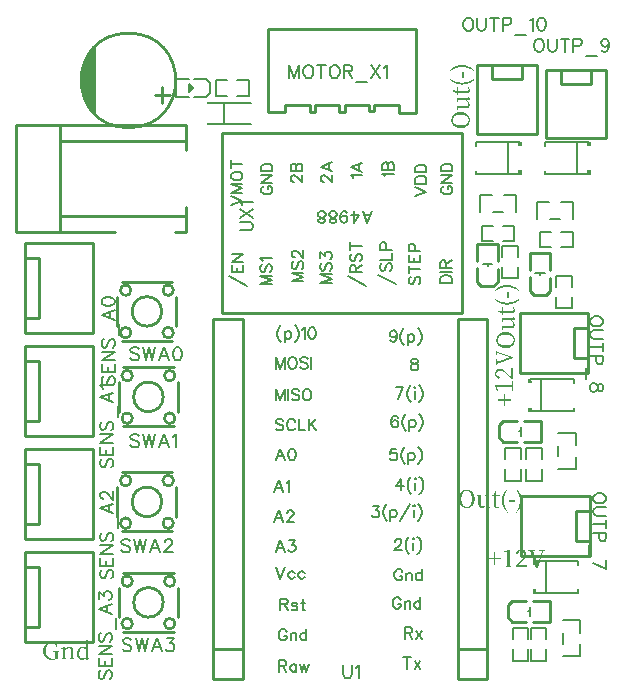
<source format=gto>
G04 Layer: TopSilkscreenLayer*
G04 EasyEDA v6.5.22, 2025-01-04 22:24:20*
G04 4654ec591aaf40839b9ddd4dd84afded,10*
G04 Gerber Generator version 0.2*
G04 Scale: 100 percent, Rotated: No, Reflected: No *
G04 Dimensions in millimeters *
G04 leading zeros omitted , absolute positions ,4 integer and 5 decimal *
%FSLAX45Y45*%
%MOMM*%

%ADD10C,0.1524*%
%ADD11C,0.2032*%
%ADD12C,0.2540*%
%ADD13C,0.1520*%
%ADD14C,0.2030*%
%ADD15C,0.1500*%
%ADD16C,0.0129*%

%LPD*%
G36*
X579628Y634492D02*
G01*
X545338Y625094D01*
X545338Y618490D01*
X563880Y616712D01*
X563880Y563880D01*
X556920Y570839D01*
X549757Y575310D01*
X542340Y577646D01*
X534670Y578358D01*
X529640Y578104D01*
X524764Y577342D01*
X520090Y576072D01*
X515670Y574344D01*
X511505Y572160D01*
X507593Y569569D01*
X503935Y566470D01*
X500634Y562965D01*
X497636Y559104D01*
X494944Y554837D01*
X492658Y550164D01*
X490728Y545134D01*
X489204Y539750D01*
X488086Y534060D01*
X487426Y528066D01*
X487192Y522224D01*
X506730Y522224D01*
X507034Y529844D01*
X507898Y536651D01*
X509270Y542747D01*
X511098Y548081D01*
X513435Y552754D01*
X516128Y556717D01*
X519176Y560019D01*
X522579Y562660D01*
X526237Y564642D01*
X530148Y566064D01*
X534212Y566928D01*
X538480Y567182D01*
X544118Y566623D01*
X550113Y564692D01*
X556564Y561086D01*
X563626Y555498D01*
X563626Y490982D01*
X557377Y485089D01*
X551281Y481228D01*
X545033Y479145D01*
X538226Y478535D01*
X533806Y478790D01*
X529640Y479653D01*
X525678Y481025D01*
X522020Y483057D01*
X518718Y485648D01*
X515721Y488848D01*
X513080Y492709D01*
X510895Y497230D01*
X509117Y502412D01*
X507796Y508304D01*
X506984Y514908D01*
X506730Y522224D01*
X487192Y522224D01*
X487527Y513791D01*
X488696Y506374D01*
X490474Y499465D01*
X492963Y493115D01*
X496112Y487324D01*
X499821Y482193D01*
X504139Y477774D01*
X508965Y474014D01*
X514299Y471068D01*
X520090Y468884D01*
X526288Y467563D01*
X532892Y467106D01*
X542442Y468172D01*
X550722Y471271D01*
X557834Y476199D01*
X564134Y482854D01*
X565404Y467614D01*
X599948Y469900D01*
X599948Y476758D01*
X581914Y478790D01*
X581914Y601218D01*
X582422Y632968D01*
G37*
G36*
X277114Y622300D02*
G01*
X270510Y622046D01*
X264109Y621334D01*
X257962Y620166D01*
X252069Y618540D01*
X246379Y616458D01*
X240995Y614019D01*
X235864Y611124D01*
X231089Y607872D01*
X226567Y604266D01*
X222402Y600303D01*
X218541Y595985D01*
X215036Y591362D01*
X211886Y586435D01*
X209143Y581202D01*
X206756Y575665D01*
X204774Y569925D01*
X203200Y563930D01*
X202082Y557682D01*
X201422Y551230D01*
X201168Y544576D01*
X201371Y537819D01*
X202082Y531266D01*
X203149Y524967D01*
X204673Y518922D01*
X206654Y513080D01*
X208940Y507593D01*
X211683Y502310D01*
X214782Y497382D01*
X218186Y492759D01*
X221996Y488442D01*
X226110Y484479D01*
X230581Y480872D01*
X235356Y477621D01*
X240385Y474776D01*
X245770Y472338D01*
X251358Y470306D01*
X257251Y468731D01*
X263398Y467563D01*
X269748Y466851D01*
X276352Y466598D01*
X283057Y466801D01*
X289458Y467461D01*
X295656Y468528D01*
X301650Y470052D01*
X307543Y471881D01*
X313334Y474116D01*
X319074Y476656D01*
X324866Y479551D01*
X325018Y511098D01*
X325374Y531876D01*
X338836Y533146D01*
X338836Y540766D01*
X280924Y540766D01*
X280924Y533146D01*
X304546Y531368D01*
X304800Y480822D01*
X298754Y478840D01*
X292658Y477520D01*
X286410Y476758D01*
X279908Y476504D01*
X273659Y476808D01*
X267766Y477672D01*
X262128Y479145D01*
X256844Y481126D01*
X251917Y483717D01*
X247345Y486765D01*
X243128Y490423D01*
X239318Y494538D01*
X235915Y499160D01*
X232917Y504291D01*
X230327Y509879D01*
X228193Y515924D01*
X226517Y522427D01*
X225298Y529386D01*
X224536Y536803D01*
X224282Y544576D01*
X224536Y552450D01*
X225348Y559917D01*
X226618Y566877D01*
X228396Y573430D01*
X230632Y579475D01*
X233273Y585114D01*
X236372Y590194D01*
X239826Y594817D01*
X243687Y598932D01*
X247904Y602488D01*
X252425Y605536D01*
X257302Y608076D01*
X262432Y610057D01*
X267868Y611479D01*
X273507Y612343D01*
X279400Y612648D01*
X286054Y612241D01*
X292455Y611073D01*
X298602Y608990D01*
X304546Y606044D01*
X309880Y578358D01*
X322072Y578358D01*
X321564Y611378D01*
X316890Y613968D01*
X312064Y616204D01*
X307035Y618083D01*
X301701Y619607D01*
X296113Y620776D01*
X290169Y621639D01*
X283870Y622147D01*
G37*
G36*
X425958Y578358D02*
G01*
X420776Y578002D01*
X415493Y576935D01*
X410260Y575208D01*
X405079Y572820D01*
X399999Y569874D01*
X395071Y566369D01*
X390448Y562305D01*
X386080Y557784D01*
X384048Y576072D01*
X381000Y578104D01*
X349758Y565912D01*
X349758Y559308D01*
X367538Y557530D01*
X368046Y528320D01*
X367792Y479298D01*
X351282Y476758D01*
X351282Y469900D01*
X402336Y469900D01*
X402336Y476758D01*
X387096Y479298D01*
X386588Y516635D01*
X386588Y549656D01*
X394970Y556361D01*
X402742Y560933D01*
X410209Y563575D01*
X417576Y564388D01*
X422148Y564032D01*
X426059Y563016D01*
X429259Y561136D01*
X431800Y558444D01*
X433730Y554786D01*
X435101Y550113D01*
X435864Y544372D01*
X436118Y537464D01*
X435864Y479298D01*
X419354Y476758D01*
X419354Y469900D01*
X470408Y469900D01*
X470408Y476758D01*
X454914Y479298D01*
X454406Y516635D01*
X454406Y537972D01*
X453948Y547928D01*
X452628Y556412D01*
X450443Y563372D01*
X447344Y568909D01*
X443331Y573125D01*
X438454Y576072D01*
X432663Y577799D01*
G37*
G36*
X4248912Y1400962D02*
G01*
X4243425Y1400708D01*
X4238091Y1400048D01*
X4233011Y1398879D01*
X4228134Y1397254D01*
X4223613Y1395120D01*
X4219397Y1392580D01*
X4215587Y1389532D01*
X4212234Y1386078D01*
X4209338Y1382115D01*
X4207002Y1377696D01*
X4205274Y1372768D01*
X4204208Y1367434D01*
X4206189Y1364640D01*
X4208678Y1362456D01*
X4211675Y1361084D01*
X4215130Y1360576D01*
X4218990Y1361338D01*
X4222242Y1363726D01*
X4224985Y1368094D01*
X4227322Y1374546D01*
X4231640Y1390802D01*
X4238244Y1391920D01*
X4243578Y1392326D01*
X4249521Y1391767D01*
X4254906Y1390040D01*
X4259580Y1387297D01*
X4263542Y1383588D01*
X4266742Y1379016D01*
X4269079Y1373581D01*
X4270502Y1367434D01*
X4271010Y1360576D01*
X4270756Y1356156D01*
X4270146Y1351686D01*
X4269079Y1347266D01*
X4267555Y1342745D01*
X4265574Y1338122D01*
X4263186Y1333449D01*
X4260291Y1328572D01*
X4256989Y1323543D01*
X4248962Y1312875D01*
X4231335Y1292352D01*
X4205224Y1262786D01*
X4205224Y1249070D01*
X4296664Y1249070D01*
X4296664Y1266342D01*
X4219448Y1266342D01*
X4245610Y1293266D01*
X4260545Y1309065D01*
X4272076Y1322171D01*
X4276648Y1327912D01*
X4280509Y1333246D01*
X4283659Y1338275D01*
X4286148Y1343050D01*
X4288028Y1347673D01*
X4289298Y1352245D01*
X4290060Y1356868D01*
X4290314Y1361592D01*
X4290009Y1367231D01*
X4289196Y1372514D01*
X4287875Y1377492D01*
X4285945Y1382064D01*
X4283456Y1386230D01*
X4280357Y1389938D01*
X4276648Y1393190D01*
X4272381Y1395882D01*
X4267454Y1398066D01*
X4261916Y1399641D01*
X4255719Y1400606D01*
G37*
G36*
X4147565Y1400200D02*
G01*
X4101846Y1388262D01*
X4101846Y1380642D01*
X4131564Y1383436D01*
X4131513Y1287119D01*
X4131056Y1260500D01*
X4099306Y1255928D01*
X4099306Y1249070D01*
X4181601Y1249070D01*
X4181601Y1255928D01*
X4150106Y1260500D01*
X4149851Y1365910D01*
X4150614Y1397914D01*
G37*
G36*
X4308602Y1397914D02*
G01*
X4308602Y1390294D01*
X4325620Y1388516D01*
X4377690Y1247546D01*
X4386834Y1247546D01*
X4433570Y1387754D01*
X4452874Y1390548D01*
X4452874Y1397914D01*
X4402074Y1397914D01*
X4402074Y1389532D01*
X4422394Y1387500D01*
X4386326Y1275740D01*
X4347210Y1387754D01*
X4369054Y1389532D01*
X4369054Y1397914D01*
G37*
G36*
X4018026Y1377340D02*
G01*
X4018026Y1327810D01*
X3971290Y1327810D01*
X3971290Y1317142D01*
X4018026Y1317142D01*
X4018026Y1266850D01*
X4029710Y1266850D01*
X4029710Y1317142D01*
X4076192Y1317142D01*
X4076192Y1327810D01*
X4029710Y1327810D01*
X4029710Y1377340D01*
G37*
G36*
X4031183Y3095294D02*
G01*
X4031183Y3044494D01*
X4039565Y3044494D01*
X4041597Y3064814D01*
X4153306Y3028746D01*
X4041292Y2989630D01*
X4039565Y3011474D01*
X4031183Y3011474D01*
X4031183Y2951022D01*
X4038752Y2951022D01*
X4040581Y2968040D01*
X4181551Y3020110D01*
X4181551Y3029254D01*
X4041292Y3075990D01*
X4038549Y3095294D01*
G37*
G36*
X4162704Y2939084D02*
G01*
X4162704Y2861868D01*
X4135831Y2888030D01*
X4119981Y2903016D01*
X4106926Y2914548D01*
X4101185Y2919120D01*
X4095851Y2922981D01*
X4090822Y2926130D01*
X4086047Y2928620D01*
X4081424Y2930499D01*
X4076852Y2931769D01*
X4072229Y2932531D01*
X4067454Y2932734D01*
X4061866Y2932480D01*
X4056532Y2931668D01*
X4051554Y2930296D01*
X4046982Y2928416D01*
X4042816Y2925876D01*
X4039108Y2922828D01*
X4035907Y2919120D01*
X4033164Y2914853D01*
X4031030Y2909925D01*
X4029405Y2904388D01*
X4028440Y2898190D01*
X4028135Y2891332D01*
X4028338Y2885897D01*
X4029049Y2880563D01*
X4030218Y2875483D01*
X4031843Y2870606D01*
X4033926Y2866085D01*
X4036517Y2861868D01*
X4039514Y2858058D01*
X4043019Y2854655D01*
X4046982Y2851810D01*
X4051401Y2849473D01*
X4056278Y2847746D01*
X4061663Y2846628D01*
X4064406Y2848660D01*
X4066590Y2851150D01*
X4068013Y2854147D01*
X4068470Y2857550D01*
X4067759Y2861462D01*
X4065320Y2864713D01*
X4061002Y2867456D01*
X4054551Y2869742D01*
X4038295Y2874060D01*
X4037126Y2880715D01*
X4036720Y2885998D01*
X4037329Y2891993D01*
X4039006Y2897378D01*
X4041749Y2902051D01*
X4045458Y2906014D01*
X4050080Y2909214D01*
X4055516Y2911500D01*
X4061663Y2912973D01*
X4068470Y2913430D01*
X4072940Y2913227D01*
X4077360Y2912618D01*
X4081830Y2911500D01*
X4086351Y2910027D01*
X4090924Y2908046D01*
X4095648Y2905658D01*
X4105503Y2899460D01*
X4116222Y2891383D01*
X4136694Y2873806D01*
X4166311Y2847644D01*
X4180027Y2847644D01*
X4180027Y2939084D01*
G37*
G36*
X4173118Y2824022D02*
G01*
X4168597Y2792526D01*
X4141978Y2792323D01*
X4063136Y2792272D01*
X4031183Y2793034D01*
X4028897Y2789986D01*
X4040835Y2744266D01*
X4048404Y2744266D01*
X4045661Y2773984D01*
X4141978Y2773934D01*
X4168597Y2773476D01*
X4173118Y2741726D01*
X4180027Y2741726D01*
X4180027Y2824022D01*
G37*
G36*
X4101236Y2718612D02*
G01*
X4101236Y2672130D01*
X4051706Y2672130D01*
X4051706Y2660446D01*
X4101236Y2660446D01*
X4101236Y2613710D01*
X4111904Y2613710D01*
X4111904Y2660446D01*
X4162247Y2660446D01*
X4162247Y2672130D01*
X4111904Y2672130D01*
X4111904Y2718612D01*
G37*
G36*
X4128770Y3640582D02*
G01*
X4122623Y3640480D01*
X4110634Y3639565D01*
X4104843Y3638804D01*
X4099153Y3637787D01*
X4088028Y3635044D01*
X4082592Y3633317D01*
X4072077Y3629151D01*
X4066946Y3626764D01*
X4056887Y3621176D01*
X4047185Y3614674D01*
X4042460Y3611067D01*
X4033164Y3603091D01*
X4024122Y3594100D01*
X4027932Y3589528D01*
X4034840Y3594252D01*
X4041546Y3598519D01*
X4054449Y3605885D01*
X4060647Y3609035D01*
X4066794Y3611829D01*
X4072839Y3614267D01*
X4084828Y3618179D01*
X4090822Y3619703D01*
X4096867Y3620973D01*
X4109212Y3622700D01*
X4115562Y3623208D01*
X4128770Y3623564D01*
X4141876Y3623208D01*
X4154373Y3621989D01*
X4160469Y3621024D01*
X4172458Y3618280D01*
X4178452Y3616451D01*
X4184396Y3614369D01*
X4190492Y3611930D01*
X4196588Y3609136D01*
X4209237Y3602482D01*
X4222597Y3594303D01*
X4229608Y3589528D01*
X4233164Y3594100D01*
X4224172Y3603091D01*
X4214926Y3611067D01*
X4205325Y3618026D01*
X4200448Y3621176D01*
X4190390Y3626764D01*
X4180027Y3631336D01*
X4174693Y3633317D01*
X4169308Y3635044D01*
X4158183Y3637787D01*
X4152493Y3638804D01*
X4140809Y3640124D01*
X4134865Y3640480D01*
G37*
G36*
X4128008Y3583178D02*
G01*
X4128008Y3531362D01*
X4141215Y3531362D01*
X4141215Y3583178D01*
G37*
G36*
X4027932Y3525265D02*
G01*
X4024122Y3520694D01*
X4033164Y3511753D01*
X4042460Y3503777D01*
X4052011Y3496767D01*
X4056887Y3493617D01*
X4061866Y3490722D01*
X4072077Y3485642D01*
X4077309Y3483457D01*
X4088028Y3479800D01*
X4099153Y3477056D01*
X4110634Y3475228D01*
X4116578Y3474669D01*
X4128770Y3474212D01*
X4140809Y3474669D01*
X4146702Y3475228D01*
X4158183Y3477056D01*
X4169308Y3479800D01*
X4180027Y3483457D01*
X4185259Y3485642D01*
X4195470Y3490722D01*
X4200448Y3493617D01*
X4210151Y3500170D01*
X4214926Y3503777D01*
X4219600Y3507638D01*
X4228693Y3516122D01*
X4233164Y3520694D01*
X4229608Y3525265D01*
X4222699Y3520541D01*
X4209440Y3512312D01*
X4203039Y3508756D01*
X4196842Y3505606D01*
X4190695Y3502812D01*
X4184650Y3500374D01*
X4178604Y3498240D01*
X4172610Y3496411D01*
X4166615Y3494887D01*
X4160570Y3493617D01*
X4148226Y3491890D01*
X4135424Y3491077D01*
X4122064Y3491077D01*
X4109212Y3491890D01*
X4103014Y3492601D01*
X4096918Y3493566D01*
X4090873Y3494786D01*
X4084878Y3496310D01*
X4078935Y3498138D01*
X4072940Y3500272D01*
X4066895Y3502710D01*
X4060748Y3505504D01*
X4054551Y3508654D01*
X4041648Y3516172D01*
X4034891Y3520490D01*
G37*
G36*
X4181856Y3454908D02*
G01*
X4176776Y3450590D01*
X4179570Y3446526D01*
X4181551Y3442817D01*
X4182719Y3439160D01*
X4183126Y3435350D01*
X4182211Y3430015D01*
X4179265Y3425951D01*
X4174134Y3423310D01*
X4166615Y3422396D01*
X4094734Y3422396D01*
X4094734Y3452622D01*
X4085082Y3452622D01*
X4085082Y3422650D01*
X4054348Y3423920D01*
X4054348Y3411220D01*
X4084320Y3405124D01*
X4086860Y3385312D01*
X4094734Y3385312D01*
X4094734Y3404108D01*
X4167378Y3403854D01*
X4173575Y3404311D01*
X4178909Y3405581D01*
X4183379Y3407664D01*
X4186986Y3410559D01*
X4189780Y3414217D01*
X4191762Y3418535D01*
X4192879Y3423564D01*
X4193286Y3429254D01*
X4192524Y3437331D01*
X4190237Y3444290D01*
X4186631Y3450183D01*
G37*
G36*
X4183887Y3375151D02*
G01*
X4181348Y3359912D01*
X4117086Y3359912D01*
X4085590Y3360420D01*
X4083304Y3358387D01*
X4086860Y3326384D01*
X4093464Y3326384D01*
X4096512Y3342132D01*
X4164329Y3341624D01*
X4170679Y3334105D01*
X4175201Y3326384D01*
X4177893Y3318510D01*
X4178808Y3310382D01*
X4178452Y3306165D01*
X4177436Y3302508D01*
X4175607Y3299358D01*
X4172915Y3296767D01*
X4169308Y3294735D01*
X4164685Y3293313D01*
X4158996Y3292398D01*
X4152137Y3292094D01*
X4117086Y3292094D01*
X4085590Y3293110D01*
X4083304Y3290824D01*
X4086606Y3258058D01*
X4093210Y3258058D01*
X4096512Y3274060D01*
X4153154Y3273552D01*
X4163415Y3274009D01*
X4171950Y3275431D01*
X4178909Y3277870D01*
X4184345Y3281172D01*
X4188409Y3285388D01*
X4191203Y3290366D01*
X4192778Y3296107D01*
X4193286Y3302508D01*
X4192930Y3307842D01*
X4191965Y3313125D01*
X4190288Y3318306D01*
X4188002Y3323386D01*
X4185005Y3328314D01*
X4181398Y3333140D01*
X4177131Y3337763D01*
X4172204Y3342132D01*
X4192270Y3344164D01*
X4190492Y3375151D01*
G37*
G36*
X4115815Y3241802D02*
G01*
X4108500Y3241598D01*
X4101490Y3240836D01*
X4094835Y3239719D01*
X4088536Y3238093D01*
X4082542Y3236112D01*
X4076954Y3233775D01*
X4071721Y3231032D01*
X4066844Y3227984D01*
X4062323Y3224631D01*
X4058208Y3220974D01*
X4054449Y3217113D01*
X4051046Y3212947D01*
X4048048Y3208629D01*
X4045407Y3204057D01*
X4043222Y3199384D01*
X4041394Y3194558D01*
X4039920Y3189579D01*
X4038904Y3184550D01*
X4038295Y3179419D01*
X4038092Y3174238D01*
X4047744Y3174238D01*
X4048150Y3179826D01*
X4049217Y3185007D01*
X4051046Y3189782D01*
X4053484Y3194151D01*
X4056532Y3198164D01*
X4060088Y3201822D01*
X4064203Y3205073D01*
X4068724Y3208020D01*
X4073702Y3210560D01*
X4078986Y3212744D01*
X4084624Y3214573D01*
X4090517Y3216097D01*
X4096613Y3217214D01*
X4102912Y3218078D01*
X4109313Y3218535D01*
X4115815Y3218688D01*
X4122420Y3218535D01*
X4128871Y3218078D01*
X4135221Y3217214D01*
X4141368Y3216097D01*
X4147312Y3214573D01*
X4152950Y3212744D01*
X4158284Y3210560D01*
X4163212Y3208020D01*
X4167733Y3205073D01*
X4171848Y3201822D01*
X4175404Y3198164D01*
X4178452Y3194151D01*
X4180840Y3189782D01*
X4182668Y3185007D01*
X4183786Y3179826D01*
X4184142Y3174238D01*
X4183786Y3168599D01*
X4182668Y3163316D01*
X4180840Y3158490D01*
X4178452Y3154019D01*
X4175404Y3149904D01*
X4171848Y3146196D01*
X4167733Y3142894D01*
X4163212Y3139948D01*
X4158284Y3137357D01*
X4152950Y3135122D01*
X4147312Y3133242D01*
X4141368Y3131718D01*
X4135221Y3130550D01*
X4128871Y3129686D01*
X4122420Y3129229D01*
X4115815Y3129026D01*
X4109313Y3129229D01*
X4102912Y3129686D01*
X4096613Y3130550D01*
X4090517Y3131718D01*
X4084624Y3133242D01*
X4078986Y3135122D01*
X4073702Y3137357D01*
X4068724Y3139948D01*
X4064203Y3142894D01*
X4060088Y3146196D01*
X4056532Y3149904D01*
X4053484Y3154019D01*
X4051046Y3158490D01*
X4049217Y3163316D01*
X4048150Y3168599D01*
X4047744Y3174238D01*
X4038092Y3174238D01*
X4038295Y3169005D01*
X4038955Y3163824D01*
X4040022Y3158744D01*
X4041495Y3153714D01*
X4043375Y3148838D01*
X4045661Y3144113D01*
X4048353Y3139541D01*
X4051401Y3135172D01*
X4054856Y3131007D01*
X4058665Y3127095D01*
X4062831Y3123438D01*
X4067403Y3120034D01*
X4072280Y3116986D01*
X4077512Y3114243D01*
X4083100Y3111906D01*
X4088993Y3109874D01*
X4095242Y3108299D01*
X4101795Y3107131D01*
X4108653Y3106420D01*
X4115815Y3106166D01*
X4123283Y3106420D01*
X4130344Y3107131D01*
X4137050Y3108299D01*
X4143451Y3109874D01*
X4149445Y3111855D01*
X4155084Y3114192D01*
X4160316Y3116935D01*
X4165193Y3119983D01*
X4169714Y3123336D01*
X4173829Y3126994D01*
X4177588Y3130905D01*
X4180992Y3135020D01*
X4183938Y3139389D01*
X4186529Y3143961D01*
X4188764Y3148736D01*
X4190542Y3153613D01*
X4191965Y3158642D01*
X4192981Y3163773D01*
X4193590Y3168954D01*
X4193794Y3174238D01*
X4193590Y3179470D01*
X4192930Y3184601D01*
X4191863Y3189681D01*
X4190390Y3194659D01*
X4188510Y3199485D01*
X4186224Y3204210D01*
X4183532Y3208731D01*
X4180484Y3213049D01*
X4177029Y3217214D01*
X4173169Y3221075D01*
X4169003Y3224733D01*
X4164431Y3228035D01*
X4159554Y3231083D01*
X4154271Y3233775D01*
X4148683Y3236163D01*
X4142740Y3238144D01*
X4136491Y3239719D01*
X4129887Y3240887D01*
X4123029Y3241598D01*
G37*
G36*
X4133240Y1921916D02*
G01*
X4124299Y1912874D01*
X4116324Y1903577D01*
X4109313Y1894027D01*
X4103319Y1884121D01*
X4100626Y1879092D01*
X4098188Y1873961D01*
X4096004Y1868728D01*
X4092346Y1858010D01*
X4089603Y1846884D01*
X4087774Y1835353D01*
X4087215Y1829409D01*
X4086758Y1817268D01*
X4087215Y1805178D01*
X4087774Y1799285D01*
X4089603Y1787804D01*
X4092346Y1776730D01*
X4096004Y1766011D01*
X4100626Y1755597D01*
X4106214Y1745589D01*
X4109313Y1740662D01*
X4116324Y1731111D01*
X4124299Y1721815D01*
X4133240Y1712874D01*
X4137812Y1716430D01*
X4128770Y1730044D01*
X4121353Y1742948D01*
X4118152Y1749196D01*
X4115358Y1755343D01*
X4112920Y1761388D01*
X4110786Y1767382D01*
X4108958Y1773377D01*
X4106164Y1785467D01*
X4104436Y1797761D01*
X4103624Y1810562D01*
X4103624Y1823923D01*
X4104436Y1836775D01*
X4105148Y1843024D01*
X4106113Y1849120D01*
X4108856Y1861108D01*
X4110685Y1867103D01*
X4112818Y1873097D01*
X4115257Y1879142D01*
X4118051Y1885238D01*
X4121200Y1891487D01*
X4128719Y1904390D01*
X4137812Y1918106D01*
G37*
G36*
X4206646Y1921916D02*
G01*
X4202074Y1918106D01*
X4211066Y1904441D01*
X4214977Y1897938D01*
X4221581Y1885340D01*
X4224375Y1879244D01*
X4226814Y1873199D01*
X4228947Y1867204D01*
X4232249Y1855216D01*
X4233519Y1849170D01*
X4235246Y1836826D01*
X4236059Y1823974D01*
X4236059Y1810562D01*
X4235246Y1797812D01*
X4234535Y1791614D01*
X4232351Y1779524D01*
X4230827Y1773580D01*
X4226915Y1761591D01*
X4224477Y1755546D01*
X4218584Y1743151D01*
X4211167Y1730197D01*
X4202074Y1716430D01*
X4206646Y1712874D01*
X4215638Y1721815D01*
X4223613Y1731111D01*
X4230624Y1740662D01*
X4236618Y1750568D01*
X4239310Y1755597D01*
X4243933Y1766011D01*
X4247591Y1776730D01*
X4250334Y1787804D01*
X4251350Y1793493D01*
X4252722Y1805178D01*
X4253128Y1817268D01*
X4252722Y1829409D01*
X4251350Y1841195D01*
X4250334Y1846884D01*
X4247591Y1858010D01*
X4243933Y1868728D01*
X4239310Y1879092D01*
X4233722Y1889099D01*
X4230624Y1894027D01*
X4223613Y1903577D01*
X4215638Y1912874D01*
G37*
G36*
X3786784Y1907946D02*
G01*
X3781551Y1907692D01*
X3776370Y1907082D01*
X3771290Y1906016D01*
X3766261Y1904542D01*
X3761384Y1902612D01*
X3756660Y1900377D01*
X3752087Y1897684D01*
X3747719Y1894586D01*
X3743553Y1891182D01*
X3739642Y1887372D01*
X3735984Y1883156D01*
X3732580Y1878634D01*
X3729532Y1873757D01*
X3726789Y1868474D01*
X3724452Y1862937D01*
X3722471Y1856993D01*
X3720846Y1850796D01*
X3719677Y1844243D01*
X3718966Y1837385D01*
X3718712Y1830222D01*
X3741572Y1830222D01*
X3742232Y1843125D01*
X3743096Y1849424D01*
X3744264Y1855520D01*
X3745788Y1861413D01*
X3747668Y1867052D01*
X3749903Y1872335D01*
X3752494Y1877263D01*
X3755440Y1881835D01*
X3758793Y1885899D01*
X3762501Y1889506D01*
X3766565Y1892554D01*
X3771036Y1894992D01*
X3775913Y1896770D01*
X3781145Y1897888D01*
X3786784Y1898294D01*
X3792372Y1897888D01*
X3797554Y1896770D01*
X3802329Y1894992D01*
X3806698Y1892554D01*
X3810711Y1889506D01*
X3814368Y1885899D01*
X3817670Y1881835D01*
X3820566Y1877263D01*
X3823106Y1872335D01*
X3825290Y1867052D01*
X3827119Y1861413D01*
X3828643Y1855520D01*
X3829812Y1849424D01*
X3830624Y1843125D01*
X3831082Y1836674D01*
X3831234Y1830222D01*
X3831082Y1823618D01*
X3830624Y1817116D01*
X3829812Y1810766D01*
X3828643Y1804619D01*
X3827119Y1798726D01*
X3825290Y1793087D01*
X3823106Y1787753D01*
X3820566Y1782775D01*
X3817670Y1778254D01*
X3814368Y1774189D01*
X3810711Y1770634D01*
X3806698Y1767586D01*
X3802329Y1765147D01*
X3797554Y1763369D01*
X3792372Y1762252D01*
X3786784Y1761896D01*
X3781145Y1762252D01*
X3775913Y1763369D01*
X3771036Y1765147D01*
X3766565Y1767586D01*
X3762501Y1770634D01*
X3758793Y1774189D01*
X3755440Y1778254D01*
X3752494Y1782775D01*
X3749903Y1787753D01*
X3747668Y1793087D01*
X3745788Y1798726D01*
X3744264Y1804619D01*
X3743096Y1810766D01*
X3742232Y1817116D01*
X3741775Y1823618D01*
X3741572Y1830222D01*
X3718712Y1830222D01*
X3718966Y1822754D01*
X3719677Y1815693D01*
X3720846Y1808937D01*
X3722420Y1802587D01*
X3724401Y1796592D01*
X3726789Y1790954D01*
X3729482Y1785670D01*
X3732529Y1780793D01*
X3735882Y1776272D01*
X3739540Y1772157D01*
X3743451Y1768398D01*
X3747617Y1765046D01*
X3751986Y1762048D01*
X3756558Y1759457D01*
X3761282Y1757273D01*
X3766159Y1755444D01*
X3771188Y1754022D01*
X3776319Y1753057D01*
X3781551Y1752447D01*
X3786784Y1752244D01*
X3792016Y1752447D01*
X3797147Y1753057D01*
X3802227Y1754124D01*
X3807206Y1755648D01*
X3812032Y1757527D01*
X3816756Y1759813D01*
X3821277Y1762506D01*
X3825646Y1765554D01*
X3829761Y1769008D01*
X3833622Y1772818D01*
X3837279Y1777034D01*
X3840632Y1781556D01*
X3843629Y1786483D01*
X3846372Y1791716D01*
X3848709Y1797354D01*
X3850690Y1803247D01*
X3852265Y1809546D01*
X3853434Y1816100D01*
X3854145Y1823008D01*
X3854348Y1830222D01*
X3854145Y1837537D01*
X3853434Y1844548D01*
X3852265Y1851202D01*
X3850640Y1857502D01*
X3848658Y1863445D01*
X3846322Y1869033D01*
X3843578Y1874316D01*
X3840530Y1879193D01*
X3837178Y1883664D01*
X3833520Y1887829D01*
X3829659Y1891588D01*
X3825494Y1894992D01*
X3821176Y1897989D01*
X3816654Y1900580D01*
X3811930Y1902815D01*
X3807104Y1904644D01*
X3802126Y1906066D01*
X3797096Y1907082D01*
X3791965Y1907692D01*
G37*
G36*
X4023766Y1891690D02*
G01*
X4017670Y1861718D01*
X3997858Y1859178D01*
X3997858Y1851304D01*
X4016654Y1851304D01*
X4016400Y1778660D01*
X4016857Y1772412D01*
X4018127Y1767078D01*
X4020261Y1762607D01*
X4023106Y1759000D01*
X4026763Y1756257D01*
X4031081Y1754276D01*
X4036161Y1753107D01*
X4041800Y1752752D01*
X4049877Y1753514D01*
X4056837Y1755800D01*
X4062729Y1759356D01*
X4067454Y1764182D01*
X4063136Y1769262D01*
X4059072Y1766417D01*
X4055364Y1764436D01*
X4051706Y1763268D01*
X4047896Y1762912D01*
X4042562Y1763826D01*
X4038498Y1766773D01*
X4035856Y1771904D01*
X4034942Y1779422D01*
X4034942Y1851304D01*
X4065168Y1851304D01*
X4065168Y1860956D01*
X4035196Y1860956D01*
X4036466Y1891690D01*
G37*
G36*
X3903370Y1862734D02*
G01*
X3870604Y1859432D01*
X3870604Y1852828D01*
X3886606Y1849526D01*
X3886098Y1792884D01*
X3886555Y1782622D01*
X3887978Y1774037D01*
X3890416Y1767128D01*
X3893718Y1761642D01*
X3897934Y1757578D01*
X3902913Y1754835D01*
X3908653Y1753260D01*
X3915054Y1752752D01*
X3920388Y1753057D01*
X3925671Y1754073D01*
X3930853Y1755698D01*
X3935933Y1758035D01*
X3940911Y1760982D01*
X3945686Y1764639D01*
X3950309Y1768906D01*
X3954678Y1773834D01*
X3956710Y1753768D01*
X3987698Y1755546D01*
X3987698Y1762150D01*
X3972458Y1764690D01*
X3972458Y1828952D01*
X3972966Y1860448D01*
X3970934Y1862734D01*
X3938930Y1859178D01*
X3938930Y1852574D01*
X3954678Y1849526D01*
X3954170Y1781708D01*
X3946651Y1775358D01*
X3938930Y1770837D01*
X3931056Y1768093D01*
X3922928Y1767230D01*
X3918762Y1767535D01*
X3915054Y1768602D01*
X3911904Y1770430D01*
X3909314Y1773123D01*
X3907282Y1776730D01*
X3905859Y1781352D01*
X3904945Y1787042D01*
X3904640Y1793900D01*
X3904640Y1828952D01*
X3905656Y1860448D01*
G37*
G36*
X4143908Y1818030D02*
G01*
X4143908Y1804822D01*
X4195724Y1804822D01*
X4195724Y1818030D01*
G37*
G36*
X3747770Y5503367D02*
G01*
X3741623Y5503265D01*
X3729634Y5502351D01*
X3723843Y5501589D01*
X3718153Y5500573D01*
X3707028Y5497830D01*
X3701592Y5496102D01*
X3691077Y5491937D01*
X3685946Y5489549D01*
X3675887Y5483961D01*
X3666185Y5477459D01*
X3661460Y5473852D01*
X3652164Y5465876D01*
X3643122Y5456885D01*
X3646932Y5452313D01*
X3653840Y5457037D01*
X3660546Y5461304D01*
X3673449Y5468670D01*
X3679647Y5471820D01*
X3685794Y5474614D01*
X3691839Y5477052D01*
X3703828Y5480964D01*
X3709822Y5482488D01*
X3715867Y5483758D01*
X3728212Y5485485D01*
X3734562Y5485993D01*
X3747770Y5486349D01*
X3760876Y5485993D01*
X3773373Y5484774D01*
X3779469Y5483809D01*
X3791458Y5481066D01*
X3797452Y5479237D01*
X3803396Y5477154D01*
X3809492Y5474716D01*
X3815587Y5471922D01*
X3828237Y5465267D01*
X3841597Y5457088D01*
X3848608Y5452313D01*
X3852164Y5456885D01*
X3843172Y5465876D01*
X3833926Y5473852D01*
X3824325Y5480812D01*
X3819448Y5483961D01*
X3809390Y5489549D01*
X3799027Y5494121D01*
X3793693Y5496102D01*
X3788308Y5497830D01*
X3777183Y5500573D01*
X3771493Y5501589D01*
X3759809Y5502910D01*
X3753865Y5503265D01*
G37*
G36*
X3747008Y5445963D02*
G01*
X3747008Y5394147D01*
X3760215Y5394147D01*
X3760215Y5445963D01*
G37*
G36*
X3646932Y5388051D02*
G01*
X3643122Y5383479D01*
X3652164Y5374538D01*
X3661460Y5366562D01*
X3671011Y5359552D01*
X3675887Y5356402D01*
X3680866Y5353507D01*
X3691077Y5348427D01*
X3696309Y5346242D01*
X3707028Y5342585D01*
X3718153Y5339842D01*
X3729634Y5338013D01*
X3735578Y5337454D01*
X3747770Y5336997D01*
X3759809Y5337454D01*
X3765702Y5338013D01*
X3777183Y5339842D01*
X3788308Y5342585D01*
X3799027Y5346242D01*
X3804259Y5348427D01*
X3814470Y5353507D01*
X3819448Y5356402D01*
X3829151Y5362956D01*
X3833926Y5366562D01*
X3838600Y5370423D01*
X3847693Y5378907D01*
X3852164Y5383479D01*
X3848608Y5388051D01*
X3841699Y5383326D01*
X3828440Y5375097D01*
X3822039Y5371541D01*
X3815842Y5368391D01*
X3809695Y5365597D01*
X3803650Y5363159D01*
X3797604Y5361025D01*
X3791610Y5359196D01*
X3785615Y5357672D01*
X3779570Y5356402D01*
X3767226Y5354675D01*
X3754424Y5353862D01*
X3741064Y5353862D01*
X3728212Y5354675D01*
X3722014Y5355386D01*
X3715918Y5356352D01*
X3709873Y5357571D01*
X3703878Y5359095D01*
X3697935Y5360924D01*
X3691940Y5363057D01*
X3685895Y5365496D01*
X3679748Y5368290D01*
X3673551Y5371439D01*
X3660648Y5378958D01*
X3653891Y5383276D01*
G37*
G36*
X3800856Y5317693D02*
G01*
X3795776Y5313375D01*
X3798570Y5309311D01*
X3800551Y5305602D01*
X3801719Y5301945D01*
X3802126Y5298135D01*
X3801211Y5292801D01*
X3798265Y5288737D01*
X3793134Y5286095D01*
X3785615Y5285181D01*
X3713734Y5285181D01*
X3713734Y5315407D01*
X3704082Y5315407D01*
X3704082Y5285435D01*
X3673348Y5286705D01*
X3673348Y5274005D01*
X3703320Y5267909D01*
X3705860Y5248097D01*
X3713734Y5248097D01*
X3713734Y5266893D01*
X3786378Y5266639D01*
X3792575Y5267096D01*
X3797909Y5268366D01*
X3802379Y5270449D01*
X3805986Y5273344D01*
X3808780Y5277002D01*
X3810762Y5281320D01*
X3811879Y5286349D01*
X3812286Y5292039D01*
X3811524Y5300116D01*
X3809237Y5307076D01*
X3805631Y5312968D01*
G37*
G36*
X3802887Y5237937D02*
G01*
X3800348Y5222697D01*
X3736086Y5222697D01*
X3704590Y5223205D01*
X3702304Y5221173D01*
X3705860Y5189169D01*
X3712464Y5189169D01*
X3715512Y5204917D01*
X3783329Y5204409D01*
X3789679Y5196890D01*
X3794201Y5189169D01*
X3796893Y5181295D01*
X3797808Y5173167D01*
X3797452Y5168950D01*
X3796436Y5165293D01*
X3794607Y5162143D01*
X3791915Y5159552D01*
X3788308Y5157520D01*
X3783685Y5156098D01*
X3777996Y5155184D01*
X3771137Y5154879D01*
X3736086Y5154879D01*
X3704590Y5155895D01*
X3702304Y5153609D01*
X3705606Y5120843D01*
X3712210Y5120843D01*
X3715512Y5136845D01*
X3772154Y5136337D01*
X3782415Y5136794D01*
X3790950Y5138216D01*
X3797909Y5140655D01*
X3803345Y5143957D01*
X3807409Y5148173D01*
X3810203Y5153152D01*
X3811778Y5158892D01*
X3812286Y5165293D01*
X3811930Y5170627D01*
X3810965Y5175910D01*
X3809288Y5181092D01*
X3807002Y5186172D01*
X3804005Y5191099D01*
X3800398Y5195925D01*
X3796131Y5200548D01*
X3791204Y5204917D01*
X3811270Y5206949D01*
X3809492Y5237937D01*
G37*
G36*
X3734815Y5104587D02*
G01*
X3727500Y5104384D01*
X3720490Y5103622D01*
X3713835Y5102504D01*
X3707536Y5100878D01*
X3701542Y5098897D01*
X3695954Y5096560D01*
X3690721Y5093817D01*
X3685844Y5090769D01*
X3681323Y5087416D01*
X3677208Y5083759D01*
X3673449Y5079898D01*
X3670046Y5075732D01*
X3667048Y5071414D01*
X3664407Y5066842D01*
X3662222Y5062169D01*
X3660394Y5057343D01*
X3658920Y5052364D01*
X3657904Y5047335D01*
X3657295Y5042204D01*
X3657092Y5037023D01*
X3666744Y5037023D01*
X3667150Y5042611D01*
X3668217Y5047792D01*
X3670046Y5052568D01*
X3672484Y5056936D01*
X3675532Y5060950D01*
X3679088Y5064607D01*
X3683203Y5067858D01*
X3687724Y5070805D01*
X3692702Y5073345D01*
X3697986Y5075529D01*
X3703624Y5077358D01*
X3709517Y5078882D01*
X3715613Y5080000D01*
X3721912Y5080863D01*
X3728313Y5081320D01*
X3734815Y5081473D01*
X3741420Y5081320D01*
X3747871Y5080863D01*
X3754221Y5080000D01*
X3760368Y5078882D01*
X3766312Y5077358D01*
X3771950Y5075529D01*
X3777284Y5073345D01*
X3782212Y5070805D01*
X3786733Y5067858D01*
X3790848Y5064607D01*
X3794404Y5060950D01*
X3797452Y5056936D01*
X3799840Y5052568D01*
X3801668Y5047792D01*
X3802786Y5042611D01*
X3803142Y5037023D01*
X3802786Y5031384D01*
X3801668Y5026101D01*
X3799840Y5021275D01*
X3797452Y5016804D01*
X3794404Y5012690D01*
X3790848Y5008981D01*
X3786733Y5005679D01*
X3782212Y5002733D01*
X3777284Y5000142D01*
X3771950Y4997907D01*
X3766312Y4996027D01*
X3760368Y4994503D01*
X3754221Y4993335D01*
X3747871Y4992471D01*
X3741420Y4992014D01*
X3734815Y4991811D01*
X3728313Y4992014D01*
X3721912Y4992471D01*
X3715613Y4993335D01*
X3709517Y4994503D01*
X3703624Y4996027D01*
X3697986Y4997907D01*
X3692702Y5000142D01*
X3687724Y5002733D01*
X3683203Y5005679D01*
X3679088Y5008981D01*
X3675532Y5012690D01*
X3672484Y5016804D01*
X3670046Y5021275D01*
X3668217Y5026101D01*
X3667150Y5031384D01*
X3666744Y5037023D01*
X3657092Y5037023D01*
X3657295Y5031790D01*
X3657955Y5026609D01*
X3659022Y5021529D01*
X3660495Y5016500D01*
X3662375Y5011623D01*
X3664661Y5006898D01*
X3667353Y5002326D01*
X3670401Y4997958D01*
X3673856Y4993792D01*
X3677665Y4989880D01*
X3681831Y4986223D01*
X3686403Y4982819D01*
X3691280Y4979771D01*
X3696512Y4977028D01*
X3702100Y4974691D01*
X3707993Y4972659D01*
X3714242Y4971084D01*
X3720795Y4969916D01*
X3727653Y4969205D01*
X3734815Y4968951D01*
X3742283Y4969205D01*
X3749344Y4969916D01*
X3756050Y4971084D01*
X3762451Y4972659D01*
X3768445Y4974640D01*
X3774084Y4976977D01*
X3779316Y4979720D01*
X3784193Y4982768D01*
X3788714Y4986121D01*
X3792829Y4989779D01*
X3796588Y4993690D01*
X3799992Y4997805D01*
X3802938Y5002174D01*
X3805529Y5006746D01*
X3807764Y5011521D01*
X3809542Y5016398D01*
X3810965Y5021427D01*
X3811981Y5026558D01*
X3812590Y5031740D01*
X3812794Y5037023D01*
X3812590Y5042255D01*
X3811930Y5047386D01*
X3810863Y5052466D01*
X3809390Y5057444D01*
X3807510Y5062270D01*
X3805224Y5066995D01*
X3802532Y5071516D01*
X3799484Y5075834D01*
X3796029Y5080000D01*
X3792169Y5083860D01*
X3788003Y5087518D01*
X3783431Y5090820D01*
X3778554Y5093868D01*
X3773271Y5096560D01*
X3767683Y5098948D01*
X3761740Y5100929D01*
X3755491Y5102504D01*
X3748887Y5103672D01*
X3742029Y5104384D01*
G37*
D10*
X2286002Y5500115D02*
G01*
X2286002Y5391150D01*
X2286002Y5500115D02*
G01*
X2327658Y5391150D01*
X2369060Y5500115D02*
G01*
X2327658Y5391150D01*
X2369060Y5500115D02*
G01*
X2369060Y5391150D01*
X2434592Y5500115D02*
G01*
X2424178Y5495036D01*
X2413764Y5484621D01*
X2408684Y5474207D01*
X2403350Y5458460D01*
X2403350Y5432552D01*
X2408684Y5417057D01*
X2413764Y5406644D01*
X2424178Y5396229D01*
X2434592Y5391150D01*
X2455420Y5391150D01*
X2465834Y5396229D01*
X2476248Y5406644D01*
X2481328Y5417057D01*
X2486662Y5432552D01*
X2486662Y5458460D01*
X2481328Y5474207D01*
X2476248Y5484621D01*
X2465834Y5495036D01*
X2455420Y5500115D01*
X2434592Y5500115D01*
X2557274Y5500115D02*
G01*
X2557274Y5391150D01*
X2520952Y5500115D02*
G01*
X2593596Y5500115D01*
X2659128Y5500115D02*
G01*
X2648714Y5495036D01*
X2638300Y5484621D01*
X2632966Y5474207D01*
X2627886Y5458460D01*
X2627886Y5432552D01*
X2632966Y5417057D01*
X2638300Y5406644D01*
X2648714Y5396229D01*
X2659128Y5391150D01*
X2679702Y5391150D01*
X2690116Y5396229D01*
X2700530Y5406644D01*
X2705864Y5417057D01*
X2710944Y5432552D01*
X2710944Y5458460D01*
X2705864Y5474207D01*
X2700530Y5484621D01*
X2690116Y5495036D01*
X2679702Y5500115D01*
X2659128Y5500115D01*
X2745234Y5500115D02*
G01*
X2745234Y5391150D01*
X2745234Y5500115D02*
G01*
X2791970Y5500115D01*
X2807718Y5495036D01*
X2812798Y5489702D01*
X2818132Y5479287D01*
X2818132Y5468873D01*
X2812798Y5458460D01*
X2807718Y5453379D01*
X2791970Y5448300D01*
X2745234Y5448300D01*
X2781556Y5448300D02*
G01*
X2818132Y5391150D01*
X2852422Y5354573D02*
G01*
X2945894Y5354573D01*
X2980184Y5500115D02*
G01*
X3052828Y5391150D01*
X3052828Y5500115D02*
G01*
X2980184Y5391150D01*
X3087118Y5479287D02*
G01*
X3097532Y5484621D01*
X3113026Y5500115D01*
X3113026Y5391150D01*
X2743200Y420115D02*
G01*
X2743200Y342137D01*
X2748279Y326644D01*
X2758693Y316229D01*
X2774441Y311150D01*
X2784856Y311150D01*
X2800350Y316229D01*
X2810763Y326644D01*
X2815843Y342137D01*
X2815843Y420115D01*
X2850134Y399287D02*
G01*
X2860547Y404621D01*
X2876295Y420115D01*
X2876295Y311150D01*
D11*
X3282950Y486410D02*
G01*
X3282950Y390905D01*
X3251200Y486410D02*
G01*
X3314954Y486410D01*
X3344925Y454405D02*
G01*
X3394709Y390905D01*
X3394709Y454405D02*
G01*
X3344925Y390905D01*
X3263900Y740410D02*
G01*
X3263900Y644905D01*
X3263900Y740410D02*
G01*
X3304793Y740410D01*
X3318509Y735837D01*
X3323081Y731265D01*
X3327654Y722121D01*
X3327654Y712978D01*
X3323081Y704087D01*
X3318509Y699515D01*
X3304793Y694944D01*
X3263900Y694944D01*
X3295650Y694944D02*
G01*
X3327654Y644905D01*
X3357625Y708405D02*
G01*
X3407409Y644905D01*
X3407409Y708405D02*
G01*
X3357625Y644905D01*
X3230372Y971550D02*
G01*
X3226054Y980694D01*
X3216909Y989837D01*
X3207765Y994410D01*
X3189477Y994410D01*
X3180588Y989837D01*
X3171443Y980694D01*
X3166872Y971550D01*
X3162300Y958087D01*
X3162300Y935228D01*
X3166872Y921512D01*
X3171443Y912621D01*
X3180588Y903478D01*
X3189477Y898905D01*
X3207765Y898905D01*
X3216909Y903478D01*
X3226054Y912621D01*
X3230372Y921512D01*
X3230372Y935228D01*
X3207765Y935228D02*
G01*
X3230372Y935228D01*
X3260597Y962405D02*
G01*
X3260597Y898905D01*
X3260597Y944371D02*
G01*
X3274059Y958087D01*
X3283204Y962405D01*
X3296920Y962405D01*
X3305809Y958087D01*
X3310381Y944371D01*
X3310381Y898905D01*
X3394963Y994410D02*
G01*
X3394963Y898905D01*
X3394963Y948944D02*
G01*
X3385820Y958087D01*
X3376929Y962405D01*
X3363213Y962405D01*
X3354070Y958087D01*
X3344925Y948944D01*
X3340608Y935228D01*
X3340608Y926084D01*
X3344925Y912621D01*
X3354070Y903478D01*
X3363213Y898905D01*
X3376929Y898905D01*
X3385820Y903478D01*
X3394963Y912621D01*
X3243072Y1212850D02*
G01*
X3238754Y1221994D01*
X3229609Y1231137D01*
X3220465Y1235710D01*
X3202177Y1235710D01*
X3193288Y1231137D01*
X3184143Y1221994D01*
X3179572Y1212850D01*
X3175000Y1199387D01*
X3175000Y1176528D01*
X3179572Y1162812D01*
X3184143Y1153921D01*
X3193288Y1144778D01*
X3202177Y1140205D01*
X3220465Y1140205D01*
X3229609Y1144778D01*
X3238754Y1153921D01*
X3243072Y1162812D01*
X3243072Y1176528D01*
X3220465Y1176528D02*
G01*
X3243072Y1176528D01*
X3273297Y1203705D02*
G01*
X3273297Y1140205D01*
X3273297Y1185671D02*
G01*
X3286759Y1199387D01*
X3295904Y1203705D01*
X3309620Y1203705D01*
X3318509Y1199387D01*
X3323081Y1185671D01*
X3323081Y1140205D01*
X3407663Y1235710D02*
G01*
X3407663Y1140205D01*
X3407663Y1190244D02*
G01*
X3398520Y1199387D01*
X3389629Y1203705D01*
X3375913Y1203705D01*
X3366770Y1199387D01*
X3357625Y1190244D01*
X3353308Y1176528D01*
X3353308Y1167384D01*
X3357625Y1153921D01*
X3366770Y1144778D01*
X3375913Y1140205D01*
X3389629Y1140205D01*
X3398520Y1144778D01*
X3407663Y1153921D01*
X3179572Y1466850D02*
G01*
X3179572Y1471421D01*
X3184143Y1480565D01*
X3188715Y1485137D01*
X3197606Y1489710D01*
X3215893Y1489710D01*
X3225038Y1485137D01*
X3229609Y1480565D01*
X3234181Y1471421D01*
X3234181Y1462278D01*
X3229609Y1453387D01*
X3220465Y1439671D01*
X3175000Y1394205D01*
X3238754Y1394205D01*
X3300475Y1507744D02*
G01*
X3291331Y1498854D01*
X3282188Y1485137D01*
X3273297Y1466850D01*
X3268725Y1444244D01*
X3268725Y1425955D01*
X3273297Y1403350D01*
X3282188Y1385062D01*
X3291331Y1371345D01*
X3300475Y1362455D01*
X3330447Y1489710D02*
G01*
X3335020Y1485137D01*
X3339591Y1489710D01*
X3335020Y1494281D01*
X3330447Y1489710D01*
X3335020Y1457705D02*
G01*
X3335020Y1394205D01*
X3369563Y1507744D02*
G01*
X3378708Y1498854D01*
X3387852Y1485137D01*
X3396741Y1466850D01*
X3401313Y1444244D01*
X3401313Y1425955D01*
X3396741Y1403350D01*
X3387852Y1385062D01*
X3378708Y1371345D01*
X3369563Y1362455D01*
X2993643Y1769110D02*
G01*
X3043681Y1769110D01*
X3016250Y1732787D01*
X3029965Y1732787D01*
X3039109Y1728215D01*
X3043681Y1723644D01*
X3048254Y1709928D01*
X3048254Y1700784D01*
X3043681Y1687321D01*
X3034538Y1678178D01*
X3020822Y1673605D01*
X3007106Y1673605D01*
X2993643Y1678178D01*
X2989072Y1682750D01*
X2984500Y1691894D01*
X3109975Y1787144D02*
G01*
X3100831Y1778254D01*
X3091688Y1764537D01*
X3082797Y1746250D01*
X3078225Y1723644D01*
X3078225Y1705355D01*
X3082797Y1682750D01*
X3091688Y1664462D01*
X3100831Y1650745D01*
X3109975Y1641855D01*
X3139947Y1737105D02*
G01*
X3139947Y1641855D01*
X3139947Y1723644D02*
G01*
X3149091Y1732787D01*
X3158236Y1737105D01*
X3171697Y1737105D01*
X3180841Y1732787D01*
X3189986Y1723644D01*
X3194558Y1709928D01*
X3194558Y1700784D01*
X3189986Y1687321D01*
X3180841Y1678178D01*
X3171697Y1673605D01*
X3158236Y1673605D01*
X3149091Y1678178D01*
X3139947Y1687321D01*
X3306318Y1787144D02*
G01*
X3224529Y1641855D01*
X3336290Y1769110D02*
G01*
X3340861Y1764537D01*
X3345434Y1769110D01*
X3340861Y1773681D01*
X3336290Y1769110D01*
X3340861Y1737105D02*
G01*
X3340861Y1673605D01*
X3375406Y1787144D02*
G01*
X3384550Y1778254D01*
X3393693Y1764537D01*
X3402584Y1746250D01*
X3407156Y1723644D01*
X3407156Y1705355D01*
X3402584Y1682750D01*
X3393693Y1664462D01*
X3384550Y1650745D01*
X3375406Y1641855D01*
X3233165Y1997710D02*
G01*
X3187700Y1933955D01*
X3255772Y1933955D01*
X3233165Y1997710D02*
G01*
X3233165Y1902205D01*
X3317747Y2015744D02*
G01*
X3308604Y2006854D01*
X3299459Y1993137D01*
X3290315Y1974850D01*
X3285997Y1952244D01*
X3285997Y1933955D01*
X3290315Y1911350D01*
X3299459Y1893062D01*
X3308604Y1879345D01*
X3317747Y1870455D01*
X3347720Y1997710D02*
G01*
X3352291Y1993137D01*
X3356863Y1997710D01*
X3352291Y2002281D01*
X3347720Y1997710D01*
X3352291Y1965705D02*
G01*
X3352291Y1902205D01*
X3386836Y2015744D02*
G01*
X3395979Y2006854D01*
X3404870Y1993137D01*
X3414013Y1974850D01*
X3418586Y1952244D01*
X3418586Y1933955D01*
X3414013Y1911350D01*
X3404870Y1893062D01*
X3395979Y1879345D01*
X3386836Y1870455D01*
X3191509Y2251710D02*
G01*
X3146043Y2251710D01*
X3141472Y2210815D01*
X3146043Y2215387D01*
X3159506Y2219705D01*
X3173222Y2219705D01*
X3186938Y2215387D01*
X3196081Y2206244D01*
X3200654Y2192528D01*
X3200654Y2183384D01*
X3196081Y2169921D01*
X3186938Y2160778D01*
X3173222Y2156205D01*
X3159506Y2156205D01*
X3146043Y2160778D01*
X3141472Y2165350D01*
X3136900Y2174494D01*
X3262375Y2269744D02*
G01*
X3253231Y2260854D01*
X3244088Y2247137D01*
X3235197Y2228850D01*
X3230625Y2206244D01*
X3230625Y2187955D01*
X3235197Y2165350D01*
X3244088Y2147062D01*
X3253231Y2133345D01*
X3262375Y2124455D01*
X3292347Y2219705D02*
G01*
X3292347Y2124455D01*
X3292347Y2206244D02*
G01*
X3301491Y2215387D01*
X3310636Y2219705D01*
X3324097Y2219705D01*
X3333241Y2215387D01*
X3342386Y2206244D01*
X3346958Y2192528D01*
X3346958Y2183384D01*
X3342386Y2169921D01*
X3333241Y2160778D01*
X3324097Y2156205D01*
X3310636Y2156205D01*
X3301491Y2160778D01*
X3292347Y2169921D01*
X3376929Y2269744D02*
G01*
X3386074Y2260854D01*
X3394963Y2247137D01*
X3404108Y2228850D01*
X3408679Y2206244D01*
X3408679Y2187955D01*
X3404108Y2165350D01*
X3394963Y2147062D01*
X3386074Y2133345D01*
X3376929Y2124455D01*
X3204209Y2517394D02*
G01*
X3199638Y2526537D01*
X3185922Y2531110D01*
X3176777Y2531110D01*
X3163315Y2526537D01*
X3154172Y2512821D01*
X3149600Y2490215D01*
X3149600Y2467355D01*
X3154172Y2449321D01*
X3163315Y2440178D01*
X3176777Y2435605D01*
X3181350Y2435605D01*
X3195065Y2440178D01*
X3204209Y2449321D01*
X3208781Y2462784D01*
X3208781Y2467355D01*
X3204209Y2481071D01*
X3195065Y2490215D01*
X3181350Y2494787D01*
X3176777Y2494787D01*
X3163315Y2490215D01*
X3154172Y2481071D01*
X3149600Y2467355D01*
X3270504Y2549144D02*
G01*
X3261359Y2540254D01*
X3252215Y2526537D01*
X3243325Y2508250D01*
X3238754Y2485644D01*
X3238754Y2467355D01*
X3243325Y2444750D01*
X3252215Y2426462D01*
X3261359Y2412745D01*
X3270504Y2403855D01*
X3300475Y2499105D02*
G01*
X3300475Y2403855D01*
X3300475Y2485644D02*
G01*
X3309620Y2494787D01*
X3318763Y2499105D01*
X3332225Y2499105D01*
X3341370Y2494787D01*
X3350513Y2485644D01*
X3355086Y2471928D01*
X3355086Y2462784D01*
X3350513Y2449321D01*
X3341370Y2440178D01*
X3332225Y2435605D01*
X3318763Y2435605D01*
X3309620Y2440178D01*
X3300475Y2449321D01*
X3385058Y2549144D02*
G01*
X3394202Y2540254D01*
X3403345Y2526537D01*
X3412236Y2508250D01*
X3416808Y2485644D01*
X3416808Y2467355D01*
X3412236Y2444750D01*
X3403345Y2426462D01*
X3394202Y2412745D01*
X3385058Y2403855D01*
X3251454Y2772410D02*
G01*
X3205988Y2676905D01*
X3187700Y2772410D02*
G01*
X3251454Y2772410D01*
X3313175Y2790444D02*
G01*
X3304031Y2781554D01*
X3294888Y2767837D01*
X3285997Y2749550D01*
X3281425Y2726944D01*
X3281425Y2708655D01*
X3285997Y2686050D01*
X3294888Y2667762D01*
X3304031Y2654045D01*
X3313175Y2645155D01*
X3343147Y2772410D02*
G01*
X3347720Y2767837D01*
X3352291Y2772410D01*
X3347720Y2776981D01*
X3343147Y2772410D01*
X3347720Y2740405D02*
G01*
X3347720Y2676905D01*
X3382263Y2790444D02*
G01*
X3391408Y2781554D01*
X3400552Y2767837D01*
X3409441Y2749550D01*
X3414013Y2726944D01*
X3414013Y2708655D01*
X3409441Y2686050D01*
X3400552Y2667762D01*
X3391408Y2654045D01*
X3382263Y2645155D01*
X3337306Y3013710D02*
G01*
X3323843Y3009137D01*
X3319272Y2999994D01*
X3319272Y2990850D01*
X3323843Y2981705D01*
X3332988Y2977387D01*
X3351022Y2972815D01*
X3364738Y2968244D01*
X3373881Y2959100D01*
X3378454Y2949955D01*
X3378454Y2936494D01*
X3373881Y2927350D01*
X3369309Y2922778D01*
X3355593Y2918205D01*
X3337306Y2918205D01*
X3323843Y2922778D01*
X3319272Y2927350D01*
X3314700Y2936494D01*
X3314700Y2949955D01*
X3319272Y2959100D01*
X3328415Y2968244D01*
X3341877Y2972815D01*
X3360165Y2977387D01*
X3369309Y2981705D01*
X3373881Y2990850D01*
X3373881Y2999994D01*
X3369309Y3009137D01*
X3355593Y3013710D01*
X3337306Y3013710D01*
X3196081Y3223005D02*
G01*
X3191509Y3209544D01*
X3182365Y3200400D01*
X3168650Y3195828D01*
X3164077Y3195828D01*
X3150615Y3200400D01*
X3141472Y3209544D01*
X3136900Y3223005D01*
X3136900Y3227578D01*
X3141472Y3241294D01*
X3150615Y3250437D01*
X3164077Y3255010D01*
X3168650Y3255010D01*
X3182365Y3250437D01*
X3191509Y3241294D01*
X3196081Y3223005D01*
X3196081Y3200400D01*
X3191509Y3177794D01*
X3182365Y3164078D01*
X3168650Y3159505D01*
X3159506Y3159505D01*
X3146043Y3164078D01*
X3141472Y3173221D01*
X3257804Y3273044D02*
G01*
X3248659Y3264154D01*
X3239515Y3250437D01*
X3230625Y3232150D01*
X3226054Y3209544D01*
X3226054Y3191255D01*
X3230625Y3168650D01*
X3239515Y3150362D01*
X3248659Y3136645D01*
X3257804Y3127755D01*
X3287775Y3223005D02*
G01*
X3287775Y3127755D01*
X3287775Y3209544D02*
G01*
X3296920Y3218687D01*
X3306063Y3223005D01*
X3319525Y3223005D01*
X3328670Y3218687D01*
X3337813Y3209544D01*
X3342386Y3195828D01*
X3342386Y3186684D01*
X3337813Y3173221D01*
X3328670Y3164078D01*
X3319525Y3159505D01*
X3306063Y3159505D01*
X3296920Y3164078D01*
X3287775Y3173221D01*
X3372358Y3273044D02*
G01*
X3381502Y3264154D01*
X3390645Y3250437D01*
X3399536Y3232150D01*
X3404108Y3209544D01*
X3404108Y3191255D01*
X3399536Y3168650D01*
X3390645Y3150362D01*
X3381502Y3136645D01*
X3372358Y3127755D01*
X2216150Y3298444D02*
G01*
X2207006Y3289554D01*
X2198115Y3275837D01*
X2188972Y3257550D01*
X2184400Y3234944D01*
X2184400Y3216655D01*
X2188972Y3194050D01*
X2198115Y3175762D01*
X2207006Y3162045D01*
X2216150Y3153155D01*
X2246122Y3248405D02*
G01*
X2246122Y3153155D01*
X2246122Y3234944D02*
G01*
X2255265Y3244087D01*
X2264409Y3248405D01*
X2278125Y3248405D01*
X2287015Y3244087D01*
X2296159Y3234944D01*
X2300731Y3221228D01*
X2300731Y3212084D01*
X2296159Y3198621D01*
X2287015Y3189478D01*
X2278125Y3184905D01*
X2264409Y3184905D01*
X2255265Y3189478D01*
X2246122Y3198621D01*
X2330704Y3298444D02*
G01*
X2339847Y3289554D01*
X2348991Y3275837D01*
X2358136Y3257550D01*
X2362708Y3234944D01*
X2362708Y3216655D01*
X2358136Y3194050D01*
X2348991Y3175762D01*
X2339847Y3162045D01*
X2330704Y3153155D01*
X2392679Y3262121D02*
G01*
X2401570Y3266694D01*
X2415286Y3280410D01*
X2415286Y3184905D01*
X2472690Y3280410D02*
G01*
X2458974Y3275837D01*
X2449829Y3262121D01*
X2445258Y3239515D01*
X2445258Y3225800D01*
X2449829Y3203194D01*
X2458974Y3189478D01*
X2472690Y3184905D01*
X2481579Y3184905D01*
X2495295Y3189478D01*
X2504440Y3203194D01*
X2509011Y3225800D01*
X2509011Y3239515D01*
X2504440Y3262121D01*
X2495295Y3275837D01*
X2481579Y3280410D01*
X2472690Y3280410D01*
X2197100Y461010D02*
G01*
X2197100Y365505D01*
X2197100Y461010D02*
G01*
X2237993Y461010D01*
X2251709Y456437D01*
X2256281Y451865D01*
X2260854Y442721D01*
X2260854Y433578D01*
X2256281Y424687D01*
X2251709Y420115D01*
X2237993Y415544D01*
X2197100Y415544D01*
X2228850Y415544D02*
G01*
X2260854Y365505D01*
X2345181Y429005D02*
G01*
X2345181Y365505D01*
X2345181Y415544D02*
G01*
X2336291Y424687D01*
X2327147Y429005D01*
X2313431Y429005D01*
X2304288Y424687D01*
X2295397Y415544D01*
X2290825Y401828D01*
X2290825Y392684D01*
X2295397Y379221D01*
X2304288Y370078D01*
X2313431Y365505D01*
X2327147Y365505D01*
X2336291Y370078D01*
X2345181Y379221D01*
X2375408Y429005D02*
G01*
X2393441Y365505D01*
X2411729Y429005D02*
G01*
X2393441Y365505D01*
X2411729Y429005D02*
G01*
X2429763Y365505D01*
X2448052Y429005D02*
G01*
X2429763Y365505D01*
X2265172Y704850D02*
G01*
X2260854Y713994D01*
X2251709Y723137D01*
X2242565Y727710D01*
X2224277Y727710D01*
X2215388Y723137D01*
X2206243Y713994D01*
X2201672Y704850D01*
X2197100Y691387D01*
X2197100Y668528D01*
X2201672Y654812D01*
X2206243Y645921D01*
X2215388Y636778D01*
X2224277Y632205D01*
X2242565Y632205D01*
X2251709Y636778D01*
X2260854Y645921D01*
X2265172Y654812D01*
X2265172Y668528D01*
X2242565Y668528D02*
G01*
X2265172Y668528D01*
X2295397Y695705D02*
G01*
X2295397Y632205D01*
X2295397Y677671D02*
G01*
X2308859Y691387D01*
X2318004Y695705D01*
X2331720Y695705D01*
X2340609Y691387D01*
X2345181Y677671D01*
X2345181Y632205D01*
X2429763Y727710D02*
G01*
X2429763Y632205D01*
X2429763Y682244D02*
G01*
X2420620Y691387D01*
X2411729Y695705D01*
X2398013Y695705D01*
X2388870Y691387D01*
X2379725Y682244D01*
X2375408Y668528D01*
X2375408Y659384D01*
X2379725Y645921D01*
X2388870Y636778D01*
X2398013Y632205D01*
X2411729Y632205D01*
X2420620Y636778D01*
X2429763Y645921D01*
X2209800Y981710D02*
G01*
X2209800Y886205D01*
X2209800Y981710D02*
G01*
X2250693Y981710D01*
X2264409Y977137D01*
X2268981Y972565D01*
X2273554Y963421D01*
X2273554Y954278D01*
X2268981Y945387D01*
X2264409Y940815D01*
X2250693Y936244D01*
X2209800Y936244D01*
X2241550Y936244D02*
G01*
X2273554Y886205D01*
X2353309Y936244D02*
G01*
X2348991Y945387D01*
X2335275Y949705D01*
X2321559Y949705D01*
X2308097Y945387D01*
X2303525Y936244D01*
X2308097Y927100D01*
X2316988Y922528D01*
X2339847Y917955D01*
X2348991Y913384D01*
X2353309Y904494D01*
X2353309Y899921D01*
X2348991Y890778D01*
X2335275Y886205D01*
X2321559Y886205D01*
X2308097Y890778D01*
X2303525Y899921D01*
X2396997Y981710D02*
G01*
X2396997Y904494D01*
X2401570Y890778D01*
X2410713Y886205D01*
X2419858Y886205D01*
X2383536Y949705D02*
G01*
X2415286Y949705D01*
X2171700Y1248410D02*
G01*
X2208022Y1152905D01*
X2244343Y1248410D02*
G01*
X2208022Y1152905D01*
X2328925Y1202944D02*
G01*
X2319781Y1212087D01*
X2310891Y1216405D01*
X2297175Y1216405D01*
X2288031Y1212087D01*
X2278888Y1202944D01*
X2274315Y1189228D01*
X2274315Y1180084D01*
X2278888Y1166621D01*
X2288031Y1157478D01*
X2297175Y1152905D01*
X2310891Y1152905D01*
X2319781Y1157478D01*
X2328925Y1166621D01*
X2413508Y1202944D02*
G01*
X2404363Y1212087D01*
X2395220Y1216405D01*
X2381758Y1216405D01*
X2372613Y1212087D01*
X2363470Y1202944D01*
X2358897Y1189228D01*
X2358897Y1180084D01*
X2363470Y1166621D01*
X2372613Y1157478D01*
X2381758Y1152905D01*
X2395220Y1152905D01*
X2404363Y1157478D01*
X2413508Y1166621D01*
X2208022Y1477010D02*
G01*
X2171700Y1381505D01*
X2208022Y1477010D02*
G01*
X2244343Y1381505D01*
X2185415Y1413255D02*
G01*
X2230881Y1413255D01*
X2283459Y1477010D02*
G01*
X2333497Y1477010D01*
X2306320Y1440687D01*
X2319781Y1440687D01*
X2328925Y1436115D01*
X2333497Y1431544D01*
X2338070Y1417828D01*
X2338070Y1408684D01*
X2333497Y1395221D01*
X2324354Y1386078D01*
X2310891Y1381505D01*
X2297175Y1381505D01*
X2283459Y1386078D01*
X2278888Y1390650D01*
X2274315Y1399794D01*
X2195322Y1731010D02*
G01*
X2159000Y1635505D01*
X2195322Y1731010D02*
G01*
X2231643Y1635505D01*
X2172715Y1667255D02*
G01*
X2218181Y1667255D01*
X2266188Y1708150D02*
G01*
X2266188Y1712721D01*
X2270759Y1721865D01*
X2275331Y1726437D01*
X2284475Y1731010D01*
X2302509Y1731010D01*
X2311654Y1726437D01*
X2316225Y1721865D01*
X2320797Y1712721D01*
X2320797Y1703578D01*
X2316225Y1694687D01*
X2307081Y1680971D01*
X2261615Y1635505D01*
X2325370Y1635505D01*
X2195322Y1985010D02*
G01*
X2159000Y1889505D01*
X2195322Y1985010D02*
G01*
X2231643Y1889505D01*
X2172715Y1921255D02*
G01*
X2218181Y1921255D01*
X2261615Y1966721D02*
G01*
X2270759Y1971294D01*
X2284475Y1985010D01*
X2284475Y1889505D01*
X2208022Y2251710D02*
G01*
X2171700Y2156205D01*
X2208022Y2251710D02*
G01*
X2244343Y2156205D01*
X2185415Y2187955D02*
G01*
X2230881Y2187955D01*
X2301747Y2251710D02*
G01*
X2288031Y2247137D01*
X2278888Y2233421D01*
X2274315Y2210815D01*
X2274315Y2197100D01*
X2278888Y2174494D01*
X2288031Y2160778D01*
X2301747Y2156205D01*
X2310891Y2156205D01*
X2324354Y2160778D01*
X2333497Y2174494D01*
X2338070Y2197100D01*
X2338070Y2210815D01*
X2333497Y2233421D01*
X2324354Y2247137D01*
X2310891Y2251710D01*
X2301747Y2251710D01*
X2235454Y2491994D02*
G01*
X2226309Y2501137D01*
X2212593Y2505710D01*
X2194306Y2505710D01*
X2180843Y2501137D01*
X2171700Y2491994D01*
X2171700Y2482850D01*
X2176272Y2473705D01*
X2180843Y2469387D01*
X2189988Y2464815D01*
X2217165Y2455671D01*
X2226309Y2451100D01*
X2230881Y2446528D01*
X2235454Y2437384D01*
X2235454Y2423921D01*
X2226309Y2414778D01*
X2212593Y2410205D01*
X2194306Y2410205D01*
X2180843Y2414778D01*
X2171700Y2423921D01*
X2333497Y2482850D02*
G01*
X2328925Y2491994D01*
X2319781Y2501137D01*
X2310891Y2505710D01*
X2292604Y2505710D01*
X2283459Y2501137D01*
X2274315Y2491994D01*
X2269997Y2482850D01*
X2265425Y2469387D01*
X2265425Y2446528D01*
X2269997Y2432812D01*
X2274315Y2423921D01*
X2283459Y2414778D01*
X2292604Y2410205D01*
X2310891Y2410205D01*
X2319781Y2414778D01*
X2328925Y2423921D01*
X2333497Y2432812D01*
X2363470Y2505710D02*
G01*
X2363470Y2410205D01*
X2363470Y2410205D02*
G01*
X2418079Y2410205D01*
X2448052Y2505710D02*
G01*
X2448052Y2410205D01*
X2511806Y2505710D02*
G01*
X2448052Y2441955D01*
X2470911Y2464815D02*
G01*
X2511806Y2410205D01*
X2171700Y2759710D02*
G01*
X2171700Y2664205D01*
X2171700Y2759710D02*
G01*
X2208022Y2664205D01*
X2244343Y2759710D02*
G01*
X2208022Y2664205D01*
X2244343Y2759710D02*
G01*
X2244343Y2664205D01*
X2274315Y2759710D02*
G01*
X2274315Y2664205D01*
X2368041Y2745994D02*
G01*
X2358897Y2755137D01*
X2345436Y2759710D01*
X2327147Y2759710D01*
X2313431Y2755137D01*
X2304541Y2745994D01*
X2304541Y2736850D01*
X2308859Y2727705D01*
X2313431Y2723387D01*
X2322575Y2718815D01*
X2350008Y2709671D01*
X2358897Y2705100D01*
X2363470Y2700528D01*
X2368041Y2691384D01*
X2368041Y2677921D01*
X2358897Y2668778D01*
X2345436Y2664205D01*
X2327147Y2664205D01*
X2313431Y2668778D01*
X2304541Y2677921D01*
X2425445Y2759710D02*
G01*
X2416302Y2755137D01*
X2407158Y2745994D01*
X2402586Y2736850D01*
X2398013Y2723387D01*
X2398013Y2700528D01*
X2402586Y2686812D01*
X2407158Y2677921D01*
X2416302Y2668778D01*
X2425445Y2664205D01*
X2443479Y2664205D01*
X2452624Y2668778D01*
X2461768Y2677921D01*
X2466340Y2686812D01*
X2470911Y2700528D01*
X2470911Y2723387D01*
X2466340Y2736850D01*
X2461768Y2745994D01*
X2452624Y2755137D01*
X2443479Y2759710D01*
X2425445Y2759710D01*
X2171700Y3026410D02*
G01*
X2171700Y2930905D01*
X2171700Y3026410D02*
G01*
X2208022Y2930905D01*
X2244343Y3026410D02*
G01*
X2208022Y2930905D01*
X2244343Y3026410D02*
G01*
X2244343Y2930905D01*
X2301747Y3026410D02*
G01*
X2292604Y3021837D01*
X2283459Y3012694D01*
X2278888Y3003550D01*
X2274315Y2990087D01*
X2274315Y2967228D01*
X2278888Y2953512D01*
X2283459Y2944621D01*
X2292604Y2935478D01*
X2301747Y2930905D01*
X2319781Y2930905D01*
X2328925Y2935478D01*
X2338070Y2944621D01*
X2342641Y2953512D01*
X2347213Y2967228D01*
X2347213Y2990087D01*
X2342641Y3003550D01*
X2338070Y3012694D01*
X2328925Y3021837D01*
X2319781Y3026410D01*
X2301747Y3026410D01*
X2440686Y3012694D02*
G01*
X2431795Y3021837D01*
X2418079Y3026410D01*
X2399791Y3026410D01*
X2386329Y3021837D01*
X2377186Y3012694D01*
X2377186Y3003550D01*
X2381758Y2994405D01*
X2386329Y2990087D01*
X2395220Y2985515D01*
X2422652Y2976371D01*
X2431795Y2971800D01*
X2436368Y2967228D01*
X2440686Y2958084D01*
X2440686Y2944621D01*
X2431795Y2935478D01*
X2418079Y2930905D01*
X2399791Y2930905D01*
X2386329Y2935478D01*
X2377186Y2944621D01*
X2470911Y3026410D02*
G01*
X2470911Y2930905D01*
D10*
X1865884Y4102100D02*
G01*
X1943861Y4102100D01*
X1959356Y4107179D01*
X1969770Y4117594D01*
X1974850Y4133342D01*
X1974850Y4143755D01*
X1969770Y4159250D01*
X1959356Y4169663D01*
X1943861Y4174744D01*
X1865884Y4174744D01*
X1865884Y4209034D02*
G01*
X1974850Y4281931D01*
X1865884Y4281931D02*
G01*
X1974850Y4209034D01*
X1886712Y4316221D02*
G01*
X1881378Y4326636D01*
X1865884Y4342129D01*
X1974850Y4342129D01*
D11*
X1778000Y3715257D02*
G01*
X1925828Y3632200D01*
X1796542Y3745737D02*
G01*
X1893570Y3745737D01*
X1796542Y3745737D02*
G01*
X1796542Y3805936D01*
X1842770Y3745737D02*
G01*
X1842770Y3782821D01*
X1893570Y3745737D02*
G01*
X1893570Y3805936D01*
X1796542Y3836415D02*
G01*
X1893570Y3836415D01*
X1796542Y3836415D02*
G01*
X1893570Y3900931D01*
X1796542Y3900931D02*
G01*
X1893570Y3900931D01*
X2040127Y3644900D02*
G01*
X2137156Y3644900D01*
X2040127Y3644900D02*
G01*
X2137156Y3681729D01*
X2040127Y3718813D02*
G01*
X2137156Y3681729D01*
X2040127Y3718813D02*
G01*
X2137156Y3718813D01*
X2053843Y3813810D02*
G01*
X2044700Y3804665D01*
X2040127Y3790950D01*
X2040127Y3772407D01*
X2044700Y3758437D01*
X2053843Y3749294D01*
X2063241Y3749294D01*
X2072386Y3753865D01*
X2076958Y3758437D01*
X2081529Y3767836D01*
X2090927Y3795521D01*
X2095500Y3804665D01*
X2100072Y3809237D01*
X2109470Y3813810D01*
X2123186Y3813810D01*
X2132329Y3804665D01*
X2137156Y3790950D01*
X2137156Y3772407D01*
X2132329Y3758437D01*
X2123186Y3749294D01*
X2058670Y3844289D02*
G01*
X2053843Y3853687D01*
X2040127Y3867404D01*
X2137156Y3867404D01*
X2306827Y3670300D02*
G01*
X2403856Y3670300D01*
X2306827Y3670300D02*
G01*
X2403856Y3707129D01*
X2306827Y3744213D02*
G01*
X2403856Y3707129D01*
X2306827Y3744213D02*
G01*
X2403856Y3744213D01*
X2320543Y3839210D02*
G01*
X2311400Y3830065D01*
X2306827Y3816350D01*
X2306827Y3797807D01*
X2311400Y3783837D01*
X2320543Y3774694D01*
X2329941Y3774694D01*
X2339086Y3779265D01*
X2343658Y3783837D01*
X2348229Y3793236D01*
X2357627Y3820921D01*
X2362200Y3830065D01*
X2366772Y3834637D01*
X2376170Y3839210D01*
X2389886Y3839210D01*
X2399029Y3830065D01*
X2403856Y3816350D01*
X2403856Y3797807D01*
X2399029Y3783837D01*
X2389886Y3774694D01*
X2329941Y3874515D02*
G01*
X2325370Y3874515D01*
X2315972Y3879087D01*
X2311400Y3883660D01*
X2306827Y3892804D01*
X2306827Y3911345D01*
X2311400Y3920489D01*
X2315972Y3925315D01*
X2325370Y3929887D01*
X2334513Y3929887D01*
X2343658Y3925315D01*
X2357627Y3915918D01*
X2403856Y3869689D01*
X2403856Y3934460D01*
X2548127Y3657600D02*
G01*
X2645156Y3657600D01*
X2548127Y3657600D02*
G01*
X2645156Y3694429D01*
X2548127Y3731513D02*
G01*
X2645156Y3694429D01*
X2548127Y3731513D02*
G01*
X2645156Y3731513D01*
X2561843Y3826510D02*
G01*
X2552700Y3817365D01*
X2548127Y3803650D01*
X2548127Y3785107D01*
X2552700Y3771137D01*
X2561843Y3761994D01*
X2571241Y3761994D01*
X2580386Y3766565D01*
X2584958Y3771137D01*
X2589529Y3780536D01*
X2598927Y3808221D01*
X2603500Y3817365D01*
X2608072Y3821937D01*
X2617470Y3826510D01*
X2631186Y3826510D01*
X2640329Y3817365D01*
X2645156Y3803650D01*
X2645156Y3785107D01*
X2640329Y3771137D01*
X2631186Y3761994D01*
X2548127Y3866387D02*
G01*
X2548127Y3917187D01*
X2584958Y3889502D01*
X2584958Y3903218D01*
X2589529Y3912615D01*
X2594356Y3917187D01*
X2608072Y3921760D01*
X2617470Y3921760D01*
X2631186Y3917187D01*
X2640329Y3907789D01*
X2645156Y3894073D01*
X2645156Y3880104D01*
X2640329Y3866387D01*
X2635758Y3861815D01*
X2626613Y3856989D01*
X2783586Y3715257D02*
G01*
X2931413Y3632200D01*
X2802127Y3745737D02*
G01*
X2899156Y3745737D01*
X2802127Y3745737D02*
G01*
X2802127Y3787394D01*
X2806700Y3801110D01*
X2811272Y3805936D01*
X2820670Y3810507D01*
X2829813Y3810507D01*
X2838958Y3805936D01*
X2843529Y3801110D01*
X2848356Y3787394D01*
X2848356Y3745737D01*
X2848356Y3778250D02*
G01*
X2899156Y3810507D01*
X2815843Y3905504D02*
G01*
X2806700Y3896360D01*
X2802127Y3882389D01*
X2802127Y3864102D01*
X2806700Y3850131D01*
X2815843Y3840987D01*
X2825241Y3840987D01*
X2834386Y3845560D01*
X2838958Y3850131D01*
X2843529Y3859529D01*
X2852927Y3887215D01*
X2857500Y3896360D01*
X2862072Y3900931D01*
X2871470Y3905504D01*
X2885186Y3905504D01*
X2894329Y3896360D01*
X2899156Y3882389D01*
X2899156Y3864102D01*
X2894329Y3850131D01*
X2885186Y3840987D01*
X2802127Y3968495D02*
G01*
X2899156Y3968495D01*
X2802127Y3935984D02*
G01*
X2802127Y4000754D01*
X3037586Y3727957D02*
G01*
X3185413Y3644900D01*
X3069843Y3823207D02*
G01*
X3060700Y3813810D01*
X3056127Y3800094D01*
X3056127Y3781552D01*
X3060700Y3767836D01*
X3069843Y3758437D01*
X3079241Y3758437D01*
X3088386Y3763010D01*
X3092958Y3767836D01*
X3097529Y3776979D01*
X3106927Y3804665D01*
X3111500Y3813810D01*
X3116072Y3818636D01*
X3125470Y3823207D01*
X3139186Y3823207D01*
X3148329Y3813810D01*
X3153156Y3800094D01*
X3153156Y3781552D01*
X3148329Y3767836D01*
X3139186Y3758437D01*
X3056127Y3853687D02*
G01*
X3153156Y3853687D01*
X3153156Y3853687D02*
G01*
X3153156Y3909060D01*
X3056127Y3939539D02*
G01*
X3153156Y3939539D01*
X3056127Y3939539D02*
G01*
X3056127Y3981195D01*
X3060700Y3994912D01*
X3065272Y3999484D01*
X3074670Y4004310D01*
X3088386Y4004310D01*
X3097529Y3999484D01*
X3102356Y3994912D01*
X3106927Y3981195D01*
X3106927Y3939539D01*
X3311143Y3709670D02*
G01*
X3302000Y3700271D01*
X3297427Y3686555D01*
X3297427Y3668013D01*
X3302000Y3654044D01*
X3311143Y3644900D01*
X3320541Y3644900D01*
X3329686Y3649471D01*
X3334258Y3654044D01*
X3338829Y3663442D01*
X3348227Y3691128D01*
X3352800Y3700271D01*
X3357372Y3704844D01*
X3366770Y3709670D01*
X3380486Y3709670D01*
X3389629Y3700271D01*
X3394456Y3686555D01*
X3394456Y3668013D01*
X3389629Y3654044D01*
X3380486Y3644900D01*
X3297427Y3772407D02*
G01*
X3394456Y3772407D01*
X3297427Y3740150D02*
G01*
X3297427Y3804665D01*
X3297427Y3835145D02*
G01*
X3394456Y3835145D01*
X3297427Y3835145D02*
G01*
X3297427Y3895089D01*
X3343656Y3835145D02*
G01*
X3343656Y3872229D01*
X3394456Y3835145D02*
G01*
X3394456Y3895089D01*
X3297427Y3925570D02*
G01*
X3394456Y3925570D01*
X3297427Y3925570D02*
G01*
X3297427Y3967226D01*
X3302000Y3981195D01*
X3306572Y3985768D01*
X3315970Y3990339D01*
X3329686Y3990339D01*
X3338829Y3985768D01*
X3343656Y3981195D01*
X3348227Y3967226D01*
X3348227Y3925570D01*
X3564127Y3657600D02*
G01*
X3661156Y3657600D01*
X3564127Y3657600D02*
G01*
X3564127Y3689857D01*
X3568700Y3703828D01*
X3577843Y3712971D01*
X3587241Y3717544D01*
X3600958Y3722370D01*
X3624072Y3722370D01*
X3638041Y3717544D01*
X3647186Y3712971D01*
X3656329Y3703828D01*
X3661156Y3689857D01*
X3661156Y3657600D01*
X3564127Y3752850D02*
G01*
X3661156Y3752850D01*
X3564127Y3783329D02*
G01*
X3661156Y3783329D01*
X3564127Y3783329D02*
G01*
X3564127Y3824731D01*
X3568700Y3838702D01*
X3573272Y3843273D01*
X3582670Y3847845D01*
X3591813Y3847845D01*
X3600958Y3843273D01*
X3605529Y3838702D01*
X3610356Y3824731D01*
X3610356Y3783329D01*
X3610356Y3815587D02*
G01*
X3661156Y3847845D01*
X1790697Y4318000D02*
G01*
X1887725Y4354829D01*
X1790697Y4391913D02*
G01*
X1887725Y4354829D01*
X1790697Y4422394D02*
G01*
X1887725Y4422394D01*
X1790697Y4422394D02*
G01*
X1887725Y4459223D01*
X1790697Y4496307D02*
G01*
X1887725Y4459223D01*
X1790697Y4496307D02*
G01*
X1887725Y4496307D01*
X1790697Y4554473D02*
G01*
X1795269Y4545329D01*
X1804413Y4535931D01*
X1813811Y4531360D01*
X1827527Y4526787D01*
X1850641Y4526787D01*
X1864611Y4531360D01*
X1873755Y4535931D01*
X1882899Y4545329D01*
X1887725Y4554473D01*
X1887725Y4573015D01*
X1882899Y4582160D01*
X1873755Y4591304D01*
X1864611Y4596129D01*
X1850641Y4600702D01*
X1827527Y4600702D01*
X1813811Y4596129D01*
X1804413Y4591304D01*
X1795269Y4582160D01*
X1790697Y4573015D01*
X1790697Y4554473D01*
X1790697Y4663439D02*
G01*
X1887725Y4663439D01*
X1790697Y4631181D02*
G01*
X1790697Y4695697D01*
X2067811Y4476242D02*
G01*
X2058413Y4471670D01*
X2049269Y4462271D01*
X2044697Y4453128D01*
X2044697Y4434586D01*
X2049269Y4425442D01*
X2058413Y4416044D01*
X2067811Y4411471D01*
X2081527Y4406900D01*
X2104641Y4406900D01*
X2118611Y4411471D01*
X2127755Y4416044D01*
X2136899Y4425442D01*
X2141725Y4434586D01*
X2141725Y4453128D01*
X2136899Y4462271D01*
X2127755Y4471670D01*
X2118611Y4476242D01*
X2104641Y4476242D01*
X2104641Y4453128D02*
G01*
X2104641Y4476242D01*
X2044697Y4506721D02*
G01*
X2141725Y4506721D01*
X2044697Y4506721D02*
G01*
X2141725Y4571237D01*
X2044697Y4571237D02*
G01*
X2141725Y4571237D01*
X2044697Y4601718D02*
G01*
X2141725Y4601718D01*
X2044697Y4601718D02*
G01*
X2044697Y4634229D01*
X2049269Y4647945D01*
X2058413Y4657089D01*
X2067811Y4661915D01*
X2081527Y4666487D01*
X2104641Y4666487D01*
X2118611Y4661915D01*
X2127755Y4657089D01*
X2136899Y4647945D01*
X2141725Y4634229D01*
X2141725Y4601718D01*
X3591811Y4476242D02*
G01*
X3582413Y4471670D01*
X3573269Y4462271D01*
X3568697Y4453128D01*
X3568697Y4434586D01*
X3573269Y4425442D01*
X3582413Y4416044D01*
X3591811Y4411471D01*
X3605527Y4406900D01*
X3628641Y4406900D01*
X3642611Y4411471D01*
X3651755Y4416044D01*
X3660899Y4425442D01*
X3665725Y4434586D01*
X3665725Y4453128D01*
X3660899Y4462271D01*
X3651755Y4471670D01*
X3642611Y4476242D01*
X3628641Y4476242D01*
X3628641Y4453128D02*
G01*
X3628641Y4476242D01*
X3568697Y4506721D02*
G01*
X3665725Y4506721D01*
X3568697Y4506721D02*
G01*
X3665725Y4571237D01*
X3568697Y4571237D02*
G01*
X3665725Y4571237D01*
X3568697Y4601718D02*
G01*
X3665725Y4601718D01*
X3568697Y4601718D02*
G01*
X3568697Y4634229D01*
X3573269Y4647945D01*
X3582413Y4657089D01*
X3591811Y4661915D01*
X3605527Y4666487D01*
X3628641Y4666487D01*
X3642611Y4661915D01*
X3651755Y4657089D01*
X3660899Y4647945D01*
X3665725Y4634229D01*
X3665725Y4601718D01*
X3348225Y4394200D02*
G01*
X3445253Y4431029D01*
X3348225Y4468113D02*
G01*
X3445253Y4431029D01*
X3348225Y4498594D02*
G01*
X3445253Y4498594D01*
X3348225Y4498594D02*
G01*
X3348225Y4530852D01*
X3352797Y4544821D01*
X3361941Y4553965D01*
X3371339Y4558537D01*
X3385055Y4563110D01*
X3408169Y4563110D01*
X3422139Y4558537D01*
X3431283Y4553965D01*
X3440427Y4544821D01*
X3445253Y4530852D01*
X3445253Y4498594D01*
X3348225Y4593589D02*
G01*
X3445253Y4593589D01*
X3348225Y4593589D02*
G01*
X3348225Y4626102D01*
X3352797Y4639818D01*
X3361941Y4649215D01*
X3371339Y4653787D01*
X3385055Y4658360D01*
X3408169Y4658360D01*
X3422139Y4653787D01*
X3431283Y4649215D01*
X3440427Y4639818D01*
X3445253Y4626102D01*
X3445253Y4593589D01*
X3091939Y4559300D02*
G01*
X3087113Y4568444D01*
X3073397Y4582413D01*
X3170425Y4582413D01*
X3073397Y4612894D02*
G01*
X3170425Y4612894D01*
X3073397Y4612894D02*
G01*
X3073397Y4654550D01*
X3077969Y4668265D01*
X3082541Y4672837D01*
X3091939Y4677410D01*
X3101083Y4677410D01*
X3110227Y4672837D01*
X3114799Y4668265D01*
X3119625Y4654550D01*
X3119625Y4612894D02*
G01*
X3119625Y4654550D01*
X3124197Y4668265D01*
X3128769Y4672837D01*
X3137913Y4677410D01*
X3151883Y4677410D01*
X3161027Y4672837D01*
X3165599Y4668265D01*
X3170425Y4654550D01*
X3170425Y4612894D01*
X2825239Y4546600D02*
G01*
X2820413Y4555744D01*
X2806697Y4569713D01*
X2903725Y4569713D01*
X2806697Y4637023D02*
G01*
X2903725Y4600194D01*
X2806697Y4637023D02*
G01*
X2903725Y4674107D01*
X2871213Y4613910D02*
G01*
X2871213Y4660137D01*
X2575811Y4513071D02*
G01*
X2571239Y4513071D01*
X2561841Y4517644D01*
X2557269Y4522470D01*
X2552697Y4531613D01*
X2552697Y4550155D01*
X2557269Y4559300D01*
X2561841Y4563871D01*
X2571239Y4568444D01*
X2580383Y4568444D01*
X2589527Y4563871D01*
X2603497Y4554728D01*
X2649725Y4508500D01*
X2649725Y4573270D01*
X2552697Y4640579D02*
G01*
X2649725Y4603750D01*
X2552697Y4640579D02*
G01*
X2649725Y4677410D01*
X2617213Y4617465D02*
G01*
X2617213Y4663694D01*
X2321811Y4513071D02*
G01*
X2317239Y4513071D01*
X2307841Y4517644D01*
X2303269Y4522470D01*
X2298697Y4531613D01*
X2298697Y4550155D01*
X2303269Y4559300D01*
X2307841Y4563871D01*
X2317239Y4568444D01*
X2326383Y4568444D01*
X2335527Y4563871D01*
X2349497Y4554728D01*
X2395725Y4508500D01*
X2395725Y4573270D01*
X2298697Y4603750D02*
G01*
X2395725Y4603750D01*
X2298697Y4603750D02*
G01*
X2298697Y4645152D01*
X2303269Y4659121D01*
X2307841Y4663694D01*
X2317239Y4668265D01*
X2326383Y4668265D01*
X2335527Y4663694D01*
X2340099Y4659121D01*
X2344925Y4645152D01*
X2344925Y4603750D02*
G01*
X2344925Y4645152D01*
X2349497Y4659121D01*
X2354069Y4663694D01*
X2363213Y4668265D01*
X2377183Y4668265D01*
X2386327Y4663694D01*
X2390899Y4659121D01*
X2395725Y4645152D01*
X2395725Y4603750D01*
X2944878Y4165600D02*
G01*
X2981708Y4262628D01*
X2944878Y4165600D02*
G01*
X2907794Y4262628D01*
X2967738Y4230115D02*
G01*
X2921764Y4230115D01*
X2831086Y4165600D02*
G01*
X2877314Y4230115D01*
X2807972Y4230115D01*
X2831086Y4165600D02*
G01*
X2831086Y4262628D01*
X2717548Y4197857D02*
G01*
X2722120Y4211828D01*
X2731518Y4220971D01*
X2745234Y4225544D01*
X2749806Y4225544D01*
X2763776Y4220971D01*
X2772920Y4211828D01*
X2777492Y4197857D01*
X2777492Y4193286D01*
X2772920Y4179315D01*
X2763776Y4170171D01*
X2749806Y4165600D01*
X2745234Y4165600D01*
X2731518Y4170171D01*
X2722120Y4179315D01*
X2717548Y4197857D01*
X2717548Y4220971D01*
X2722120Y4244086D01*
X2731518Y4257802D01*
X2745234Y4262628D01*
X2754378Y4262628D01*
X2768348Y4257802D01*
X2772920Y4248657D01*
X2663954Y4165600D02*
G01*
X2677924Y4170171D01*
X2682496Y4179315D01*
X2682496Y4188713D01*
X2677924Y4197857D01*
X2668526Y4202429D01*
X2650238Y4207002D01*
X2636268Y4211828D01*
X2627124Y4220971D01*
X2622298Y4230115D01*
X2622298Y4244086D01*
X2627124Y4253229D01*
X2631696Y4257802D01*
X2645412Y4262628D01*
X2663954Y4262628D01*
X2677924Y4257802D01*
X2682496Y4253229D01*
X2687068Y4244086D01*
X2687068Y4230115D01*
X2682496Y4220971D01*
X2673098Y4211828D01*
X2659382Y4207002D01*
X2640840Y4202429D01*
X2631696Y4197857D01*
X2627124Y4188713D01*
X2627124Y4179315D01*
X2631696Y4170171D01*
X2645412Y4165600D01*
X2663954Y4165600D01*
X2568958Y4165600D02*
G01*
X2582674Y4170171D01*
X2587246Y4179315D01*
X2587246Y4188713D01*
X2582674Y4197857D01*
X2573530Y4202429D01*
X2554988Y4207002D01*
X2541018Y4211828D01*
X2531874Y4220971D01*
X2527302Y4230115D01*
X2527302Y4244086D01*
X2531874Y4253229D01*
X2536446Y4257802D01*
X2550416Y4262628D01*
X2568958Y4262628D01*
X2582674Y4257802D01*
X2587246Y4253229D01*
X2591818Y4244086D01*
X2591818Y4230115D01*
X2587246Y4220971D01*
X2578102Y4211828D01*
X2564132Y4207002D01*
X2545844Y4202429D01*
X2536446Y4197857D01*
X2531874Y4188713D01*
X2531874Y4179315D01*
X2536446Y4170171D01*
X2550416Y4165600D01*
X2568958Y4165600D01*
D10*
X4966710Y1844233D02*
G01*
X4961630Y1854647D01*
X4951216Y1865061D01*
X4940802Y1870395D01*
X4925054Y1875475D01*
X4899146Y1875475D01*
X4883652Y1870395D01*
X4873238Y1865061D01*
X4862824Y1854647D01*
X4857744Y1844233D01*
X4857744Y1823405D01*
X4862824Y1813245D01*
X4873238Y1802831D01*
X4883652Y1797497D01*
X4899146Y1792417D01*
X4925054Y1792417D01*
X4940802Y1797497D01*
X4951216Y1802831D01*
X4961630Y1813245D01*
X4966710Y1823405D01*
X4966710Y1844233D01*
X4966710Y1758127D02*
G01*
X4888732Y1758127D01*
X4873238Y1752793D01*
X4862824Y1742379D01*
X4857744Y1726885D01*
X4857744Y1716471D01*
X4862824Y1700977D01*
X4873238Y1690563D01*
X4888732Y1685229D01*
X4966710Y1685229D01*
X4966710Y1614617D02*
G01*
X4857744Y1614617D01*
X4966710Y1650939D02*
G01*
X4966710Y1578295D01*
X4966710Y1544005D02*
G01*
X4857744Y1544005D01*
X4966710Y1544005D02*
G01*
X4966710Y1497269D01*
X4961630Y1481775D01*
X4956296Y1476441D01*
X4945882Y1471361D01*
X4930388Y1471361D01*
X4919974Y1476441D01*
X4914894Y1481775D01*
X4909560Y1497269D01*
X4909560Y1544005D01*
X4821168Y1437071D02*
G01*
X4821168Y1343345D01*
X4966710Y1236411D02*
G01*
X4857744Y1288481D01*
X4966710Y1309055D02*
G01*
X4966710Y1236411D01*
X4941315Y3342843D02*
G01*
X4936236Y3353257D01*
X4925822Y3363671D01*
X4915408Y3369005D01*
X4899659Y3374085D01*
X4873752Y3374085D01*
X4858258Y3369005D01*
X4847843Y3363671D01*
X4837429Y3353257D01*
X4832350Y3342843D01*
X4832350Y3322015D01*
X4837429Y3311855D01*
X4847843Y3301441D01*
X4858258Y3296107D01*
X4873752Y3291027D01*
X4899659Y3291027D01*
X4915408Y3296107D01*
X4925822Y3301441D01*
X4936236Y3311855D01*
X4941315Y3322015D01*
X4941315Y3342843D01*
X4941315Y3256737D02*
G01*
X4863338Y3256737D01*
X4847843Y3251403D01*
X4837429Y3240989D01*
X4832350Y3225495D01*
X4832350Y3215081D01*
X4837429Y3199587D01*
X4847843Y3189173D01*
X4863338Y3183839D01*
X4941315Y3183839D01*
X4941315Y3113227D02*
G01*
X4832350Y3113227D01*
X4941315Y3149549D02*
G01*
X4941315Y3076905D01*
X4941315Y3042615D02*
G01*
X4832350Y3042615D01*
X4941315Y3042615D02*
G01*
X4941315Y2995879D01*
X4936236Y2980385D01*
X4930902Y2975051D01*
X4920488Y2969971D01*
X4904993Y2969971D01*
X4894579Y2975051D01*
X4889500Y2980385D01*
X4884165Y2995879D01*
X4884165Y3042615D01*
X4795774Y2935681D02*
G01*
X4795774Y2841955D01*
X4941315Y2781757D02*
G01*
X4936236Y2797505D01*
X4925822Y2802585D01*
X4915408Y2802585D01*
X4904993Y2797505D01*
X4899659Y2787091D01*
X4894579Y2766263D01*
X4889500Y2750515D01*
X4879086Y2740355D01*
X4868672Y2735021D01*
X4852924Y2735021D01*
X4842509Y2740355D01*
X4837429Y2745435D01*
X4832350Y2760929D01*
X4832350Y2781757D01*
X4837429Y2797505D01*
X4842509Y2802585D01*
X4852924Y2807665D01*
X4868672Y2807665D01*
X4879086Y2802585D01*
X4889500Y2792171D01*
X4894579Y2776677D01*
X4899659Y2755849D01*
X4904993Y2745435D01*
X4915408Y2740355D01*
X4925822Y2740355D01*
X4936236Y2745435D01*
X4941315Y2760929D01*
X4941315Y2781757D01*
X4389041Y5724601D02*
G01*
X4378627Y5719521D01*
X4368213Y5709107D01*
X4362879Y5698693D01*
X4357799Y5682945D01*
X4357799Y5657037D01*
X4362879Y5641543D01*
X4368213Y5631129D01*
X4378627Y5620715D01*
X4389041Y5615635D01*
X4409869Y5615635D01*
X4420029Y5620715D01*
X4430443Y5631129D01*
X4435777Y5641543D01*
X4440857Y5657037D01*
X4440857Y5682945D01*
X4435777Y5698693D01*
X4430443Y5709107D01*
X4420029Y5719521D01*
X4409869Y5724601D01*
X4389041Y5724601D01*
X4475147Y5724601D02*
G01*
X4475147Y5646623D01*
X4480481Y5631129D01*
X4490895Y5620715D01*
X4506389Y5615635D01*
X4516803Y5615635D01*
X4532297Y5620715D01*
X4542711Y5631129D01*
X4548045Y5646623D01*
X4548045Y5724601D01*
X4618657Y5724601D02*
G01*
X4618657Y5615635D01*
X4582335Y5724601D02*
G01*
X4654979Y5724601D01*
X4689269Y5724601D02*
G01*
X4689269Y5615635D01*
X4689269Y5724601D02*
G01*
X4736005Y5724601D01*
X4751499Y5719521D01*
X4756833Y5714187D01*
X4761913Y5703773D01*
X4761913Y5688279D01*
X4756833Y5677865D01*
X4751499Y5672785D01*
X4736005Y5667451D01*
X4689269Y5667451D01*
X4796203Y5579059D02*
G01*
X4889929Y5579059D01*
X4991529Y5688279D02*
G01*
X4986449Y5672785D01*
X4976035Y5662371D01*
X4960541Y5657037D01*
X4955207Y5657037D01*
X4939713Y5662371D01*
X4929299Y5672785D01*
X4924219Y5688279D01*
X4924219Y5693359D01*
X4929299Y5709107D01*
X4939713Y5719521D01*
X4955207Y5724601D01*
X4960541Y5724601D01*
X4976035Y5719521D01*
X4986449Y5709107D01*
X4991529Y5688279D01*
X4991529Y5662371D01*
X4986449Y5636209D01*
X4976035Y5620715D01*
X4960541Y5615635D01*
X4950127Y5615635D01*
X4934379Y5620715D01*
X4929299Y5631129D01*
X3790441Y5902401D02*
G01*
X3780027Y5897321D01*
X3769613Y5886907D01*
X3764279Y5876493D01*
X3759200Y5860745D01*
X3759200Y5834837D01*
X3764279Y5819343D01*
X3769613Y5808929D01*
X3780027Y5798515D01*
X3790441Y5793435D01*
X3811270Y5793435D01*
X3821429Y5798515D01*
X3831843Y5808929D01*
X3837177Y5819343D01*
X3842258Y5834837D01*
X3842258Y5860745D01*
X3837177Y5876493D01*
X3831843Y5886907D01*
X3821429Y5897321D01*
X3811270Y5902401D01*
X3790441Y5902401D01*
X3876547Y5902401D02*
G01*
X3876547Y5824423D01*
X3881881Y5808929D01*
X3892295Y5798515D01*
X3907790Y5793435D01*
X3918204Y5793435D01*
X3933697Y5798515D01*
X3944111Y5808929D01*
X3949445Y5824423D01*
X3949445Y5902401D01*
X4020058Y5902401D02*
G01*
X4020058Y5793435D01*
X3983736Y5902401D02*
G01*
X4056379Y5902401D01*
X4090670Y5902401D02*
G01*
X4090670Y5793435D01*
X4090670Y5902401D02*
G01*
X4137406Y5902401D01*
X4152900Y5897321D01*
X4158234Y5891987D01*
X4163313Y5881573D01*
X4163313Y5866079D01*
X4158234Y5855665D01*
X4152900Y5850585D01*
X4137406Y5845251D01*
X4090670Y5845251D01*
X4197604Y5756859D02*
G01*
X4291329Y5756859D01*
X4325620Y5881573D02*
G01*
X4335779Y5886907D01*
X4351527Y5902401D01*
X4351527Y5793435D01*
X4417059Y5902401D02*
G01*
X4401311Y5897321D01*
X4390897Y5881573D01*
X4385818Y5855665D01*
X4385818Y5840171D01*
X4390897Y5814009D01*
X4401311Y5798515D01*
X4417059Y5793435D01*
X4427220Y5793435D01*
X4442968Y5798515D01*
X4453381Y5814009D01*
X4458461Y5840171D01*
X4458461Y5855665D01*
X4453381Y5881573D01*
X4442968Y5897321D01*
X4427220Y5902401D01*
X4417059Y5902401D01*
X712978Y2866651D02*
G01*
X702563Y2856237D01*
X697484Y2840743D01*
X697484Y2819915D01*
X702563Y2804421D01*
X712978Y2794007D01*
X723392Y2794007D01*
X733805Y2799087D01*
X739139Y2804421D01*
X744220Y2814835D01*
X754634Y2846077D01*
X759713Y2856237D01*
X765047Y2861571D01*
X775462Y2866651D01*
X790955Y2866651D01*
X801370Y2856237D01*
X806450Y2840743D01*
X806450Y2819915D01*
X801370Y2804421D01*
X790955Y2794007D01*
X697484Y2900941D02*
G01*
X806450Y2900941D01*
X697484Y2900941D02*
G01*
X697484Y2968505D01*
X749300Y2900941D02*
G01*
X749300Y2942597D01*
X806450Y2900941D02*
G01*
X806450Y2968505D01*
X697484Y3002795D02*
G01*
X806450Y3002795D01*
X697484Y3002795D02*
G01*
X806450Y3075693D01*
X697484Y3075693D02*
G01*
X806450Y3075693D01*
X712978Y3182627D02*
G01*
X702563Y3172213D01*
X697484Y3156719D01*
X697484Y3135891D01*
X702563Y3120397D01*
X712978Y3109983D01*
X723392Y3109983D01*
X733805Y3115063D01*
X739139Y3120397D01*
X744220Y3130557D01*
X754634Y3161799D01*
X759713Y3172213D01*
X765047Y3177547D01*
X775462Y3182627D01*
X790955Y3182627D01*
X801370Y3172213D01*
X806450Y3156719D01*
X806450Y3135891D01*
X801370Y3120397D01*
X790955Y3109983D01*
X843026Y3216917D02*
G01*
X843026Y3310389D01*
X697484Y3386335D02*
G01*
X806450Y3344679D01*
X697484Y3386335D02*
G01*
X806450Y3427737D01*
X770128Y3360427D02*
G01*
X770128Y3412243D01*
X697484Y3493269D02*
G01*
X702563Y3477775D01*
X718312Y3467361D01*
X744220Y3462027D01*
X759713Y3462027D01*
X785876Y3467361D01*
X801370Y3477775D01*
X806450Y3493269D01*
X806450Y3503683D01*
X801370Y3519177D01*
X785876Y3529591D01*
X759713Y3534925D01*
X744220Y3534925D01*
X718312Y3529591D01*
X702563Y3519177D01*
X697484Y3503683D01*
X697484Y3493269D01*
X1012444Y3097021D02*
G01*
X1002029Y3107436D01*
X986536Y3112515D01*
X965707Y3112515D01*
X950213Y3107436D01*
X939800Y3097021D01*
X939800Y3086607D01*
X944879Y3076194D01*
X950213Y3070860D01*
X960628Y3065779D01*
X991870Y3055365D01*
X1002029Y3050286D01*
X1007363Y3044952D01*
X1012444Y3034537D01*
X1012444Y3019044D01*
X1002029Y3008629D01*
X986536Y3003550D01*
X965707Y3003550D01*
X950213Y3008629D01*
X939800Y3019044D01*
X1046734Y3112515D02*
G01*
X1072895Y3003550D01*
X1098804Y3112515D02*
G01*
X1072895Y3003550D01*
X1098804Y3112515D02*
G01*
X1124712Y3003550D01*
X1150620Y3112515D02*
G01*
X1124712Y3003550D01*
X1226565Y3112515D02*
G01*
X1184910Y3003550D01*
X1226565Y3112515D02*
G01*
X1268221Y3003550D01*
X1200657Y3039871D02*
G01*
X1252473Y3039871D01*
X1333500Y3112515D02*
G01*
X1318005Y3107436D01*
X1307592Y3091687D01*
X1302512Y3065779D01*
X1302512Y3050286D01*
X1307592Y3024123D01*
X1318005Y3008629D01*
X1333500Y3003550D01*
X1343913Y3003550D01*
X1359662Y3008629D01*
X1370076Y3024123D01*
X1375155Y3050286D01*
X1375155Y3065779D01*
X1370076Y3091687D01*
X1359662Y3107436D01*
X1343913Y3112515D01*
X1333500Y3112515D01*
X1012189Y2360676D02*
G01*
X1001776Y2371089D01*
X986028Y2376170D01*
X965454Y2376170D01*
X949705Y2371089D01*
X939292Y2360676D01*
X939292Y2350262D01*
X944626Y2339847D01*
X949705Y2334768D01*
X960120Y2329434D01*
X991362Y2319020D01*
X1001776Y2313939D01*
X1006855Y2308605D01*
X1012189Y2298445D01*
X1012189Y2282697D01*
X1001776Y2272284D01*
X986028Y2267204D01*
X965454Y2267204D01*
X949705Y2272284D01*
X939292Y2282697D01*
X1046479Y2376170D02*
G01*
X1072387Y2267204D01*
X1098295Y2376170D02*
G01*
X1072387Y2267204D01*
X1098295Y2376170D02*
G01*
X1124204Y2267204D01*
X1150365Y2376170D02*
G01*
X1124204Y2267204D01*
X1226057Y2376170D02*
G01*
X1184655Y2267204D01*
X1226057Y2376170D02*
G01*
X1267713Y2267204D01*
X1200150Y2303526D02*
G01*
X1252220Y2303526D01*
X1302004Y2355595D02*
G01*
X1312418Y2360676D01*
X1327912Y2376170D01*
X1327912Y2267204D01*
X687585Y377431D02*
G01*
X677171Y367017D01*
X672091Y351523D01*
X672091Y330695D01*
X677171Y315201D01*
X687585Y304787D01*
X697999Y304787D01*
X708413Y309867D01*
X713747Y315201D01*
X718827Y325615D01*
X729241Y356857D01*
X734321Y367017D01*
X739655Y372351D01*
X750069Y377431D01*
X765563Y377431D01*
X775977Y367017D01*
X781057Y351523D01*
X781057Y330695D01*
X775977Y315201D01*
X765563Y304787D01*
X672091Y411721D02*
G01*
X781057Y411721D01*
X672091Y411721D02*
G01*
X672091Y479285D01*
X723907Y411721D02*
G01*
X723907Y453377D01*
X781057Y411721D02*
G01*
X781057Y479285D01*
X672091Y513575D02*
G01*
X781057Y513575D01*
X672091Y513575D02*
G01*
X781057Y586473D01*
X672091Y586473D02*
G01*
X781057Y586473D01*
X687585Y693407D02*
G01*
X677171Y682993D01*
X672091Y667499D01*
X672091Y646671D01*
X677171Y631177D01*
X687585Y620763D01*
X697999Y620763D01*
X708413Y625843D01*
X713747Y631177D01*
X718827Y641337D01*
X729241Y672579D01*
X734321Y682993D01*
X739655Y688327D01*
X750069Y693407D01*
X765563Y693407D01*
X775977Y682993D01*
X781057Y667499D01*
X781057Y646671D01*
X775977Y631177D01*
X765563Y620763D01*
X817633Y727697D02*
G01*
X817633Y821169D01*
X672091Y897115D02*
G01*
X781057Y855459D01*
X672091Y897115D02*
G01*
X781057Y938517D01*
X744735Y871207D02*
G01*
X744735Y923023D01*
X672091Y983221D02*
G01*
X672091Y1040371D01*
X713747Y1009383D01*
X713747Y1024877D01*
X718827Y1035291D01*
X723907Y1040371D01*
X739655Y1045705D01*
X750069Y1045705D01*
X765563Y1040371D01*
X775977Y1029957D01*
X781057Y1014463D01*
X781057Y998969D01*
X775977Y983221D01*
X770897Y978141D01*
X760483Y972807D01*
X948733Y633389D02*
G01*
X938319Y643803D01*
X922825Y648883D01*
X901997Y648883D01*
X886503Y643803D01*
X876089Y633389D01*
X876089Y622975D01*
X881169Y612561D01*
X886503Y607227D01*
X896917Y602147D01*
X928159Y591733D01*
X938319Y586653D01*
X943653Y581319D01*
X948733Y570905D01*
X948733Y555411D01*
X938319Y544997D01*
X922825Y539917D01*
X901997Y539917D01*
X886503Y544997D01*
X876089Y555411D01*
X983023Y648883D02*
G01*
X1009185Y539917D01*
X1035093Y648883D02*
G01*
X1009185Y539917D01*
X1035093Y648883D02*
G01*
X1061001Y539917D01*
X1086909Y648883D02*
G01*
X1061001Y539917D01*
X1162855Y648883D02*
G01*
X1121199Y539917D01*
X1162855Y648883D02*
G01*
X1204511Y539917D01*
X1136947Y576239D02*
G01*
X1188763Y576239D01*
X1249215Y648883D02*
G01*
X1306365Y648883D01*
X1275123Y607227D01*
X1290617Y607227D01*
X1301031Y602147D01*
X1306365Y597067D01*
X1311445Y581319D01*
X1311445Y570905D01*
X1306365Y555411D01*
X1295951Y544997D01*
X1280203Y539917D01*
X1264709Y539917D01*
X1249215Y544997D01*
X1243881Y550077D01*
X1238801Y560491D01*
X700270Y1228338D02*
G01*
X689856Y1217924D01*
X684776Y1202430D01*
X684776Y1181602D01*
X689856Y1166108D01*
X700270Y1155694D01*
X710684Y1155694D01*
X721098Y1160774D01*
X726432Y1166108D01*
X731512Y1176522D01*
X741926Y1207764D01*
X747006Y1217924D01*
X752340Y1223258D01*
X762754Y1228338D01*
X778248Y1228338D01*
X788662Y1217924D01*
X793742Y1202430D01*
X793742Y1181602D01*
X788662Y1166108D01*
X778248Y1155694D01*
X684776Y1262628D02*
G01*
X793742Y1262628D01*
X684776Y1262628D02*
G01*
X684776Y1330192D01*
X736592Y1262628D02*
G01*
X736592Y1304284D01*
X793742Y1262628D02*
G01*
X793742Y1330192D01*
X684776Y1364482D02*
G01*
X793742Y1364482D01*
X684776Y1364482D02*
G01*
X793742Y1437380D01*
X684776Y1437380D02*
G01*
X793742Y1437380D01*
X700270Y1544314D02*
G01*
X689856Y1533900D01*
X684776Y1518406D01*
X684776Y1497578D01*
X689856Y1482084D01*
X700270Y1471670D01*
X710684Y1471670D01*
X721098Y1476750D01*
X726432Y1482084D01*
X731512Y1492244D01*
X741926Y1523486D01*
X747006Y1533900D01*
X752340Y1539234D01*
X762754Y1544314D01*
X778248Y1544314D01*
X788662Y1533900D01*
X793742Y1518406D01*
X793742Y1497578D01*
X788662Y1482084D01*
X778248Y1471670D01*
X830318Y1578604D02*
G01*
X830318Y1672076D01*
X684776Y1748022D02*
G01*
X793742Y1706366D01*
X684776Y1748022D02*
G01*
X793742Y1789424D01*
X757420Y1722114D02*
G01*
X757420Y1773930D01*
X710684Y1829048D02*
G01*
X705604Y1829048D01*
X695190Y1834128D01*
X689856Y1839462D01*
X684776Y1849876D01*
X684776Y1870704D01*
X689856Y1880864D01*
X695190Y1886198D01*
X705604Y1891278D01*
X716018Y1891278D01*
X726432Y1886198D01*
X741926Y1875784D01*
X793742Y1823714D01*
X793742Y1896612D01*
X935822Y1471754D02*
G01*
X925408Y1482168D01*
X909914Y1487248D01*
X889086Y1487248D01*
X873592Y1482168D01*
X863178Y1471754D01*
X863178Y1461340D01*
X868258Y1450926D01*
X873592Y1445592D01*
X884006Y1440512D01*
X915248Y1430098D01*
X925408Y1425018D01*
X930742Y1419684D01*
X935822Y1409270D01*
X935822Y1393776D01*
X925408Y1383362D01*
X909914Y1378282D01*
X889086Y1378282D01*
X873592Y1383362D01*
X863178Y1393776D01*
X970112Y1487248D02*
G01*
X996274Y1378282D01*
X1022182Y1487248D02*
G01*
X996274Y1378282D01*
X1022182Y1487248D02*
G01*
X1048090Y1378282D01*
X1073998Y1487248D02*
G01*
X1048090Y1378282D01*
X1149944Y1487248D02*
G01*
X1108288Y1378282D01*
X1149944Y1487248D02*
G01*
X1191600Y1378282D01*
X1124036Y1414604D02*
G01*
X1175852Y1414604D01*
X1230970Y1461340D02*
G01*
X1230970Y1466420D01*
X1236304Y1476834D01*
X1241384Y1482168D01*
X1251798Y1487248D01*
X1272626Y1487248D01*
X1283040Y1482168D01*
X1288120Y1476834D01*
X1293454Y1466420D01*
X1293454Y1456006D01*
X1288120Y1445592D01*
X1277706Y1430098D01*
X1225890Y1378282D01*
X1298534Y1378282D01*
X700285Y2168146D02*
G01*
X689871Y2157732D01*
X684791Y2142238D01*
X684791Y2121410D01*
X689871Y2105916D01*
X700285Y2095502D01*
X710699Y2095502D01*
X721113Y2100582D01*
X726447Y2105916D01*
X731527Y2116330D01*
X741941Y2147572D01*
X747021Y2157732D01*
X752355Y2163066D01*
X762769Y2168146D01*
X778263Y2168146D01*
X788677Y2157732D01*
X793757Y2142238D01*
X793757Y2121410D01*
X788677Y2105916D01*
X778263Y2095502D01*
X684791Y2202436D02*
G01*
X793757Y2202436D01*
X684791Y2202436D02*
G01*
X684791Y2270000D01*
X736607Y2202436D02*
G01*
X736607Y2244092D01*
X793757Y2202436D02*
G01*
X793757Y2270000D01*
X684791Y2304290D02*
G01*
X793757Y2304290D01*
X684791Y2304290D02*
G01*
X793757Y2377188D01*
X684791Y2377188D02*
G01*
X793757Y2377188D01*
X700285Y2484122D02*
G01*
X689871Y2473708D01*
X684791Y2458214D01*
X684791Y2437386D01*
X689871Y2421892D01*
X700285Y2411478D01*
X710699Y2411478D01*
X721113Y2416558D01*
X726447Y2421892D01*
X731527Y2432052D01*
X741941Y2463294D01*
X747021Y2473708D01*
X752355Y2479042D01*
X762769Y2484122D01*
X778263Y2484122D01*
X788677Y2473708D01*
X793757Y2458214D01*
X793757Y2437386D01*
X788677Y2421892D01*
X778263Y2411478D01*
X830333Y2518412D02*
G01*
X830333Y2611884D01*
X684791Y2687830D02*
G01*
X793757Y2646174D01*
X684791Y2687830D02*
G01*
X793757Y2729232D01*
X757435Y2661922D02*
G01*
X757435Y2713738D01*
X705619Y2763522D02*
G01*
X700285Y2773936D01*
X684791Y2789684D01*
X793757Y2789684D01*
G36*
X4345584Y1310386D02*
G01*
X4345584Y1270406D01*
X4373626Y1270406D01*
X4372610Y1310386D01*
G37*
G36*
X4345584Y1065428D02*
G01*
X4345584Y1025398D01*
X4373626Y1025398D01*
X4373626Y1065428D01*
G37*
G36*
X4307484Y2847086D02*
G01*
X4307484Y2807106D01*
X4335526Y2807106D01*
X4334510Y2847086D01*
G37*
G36*
X4307484Y2602128D02*
G01*
X4307484Y2562098D01*
X4335526Y2562098D01*
X4335526Y2602128D01*
G37*
G36*
X4808474Y4609693D02*
G01*
X4809490Y4569714D01*
X4836515Y4569714D01*
X4836515Y4609693D01*
G37*
G36*
X4808474Y4854702D02*
G01*
X4808474Y4814671D01*
X4836515Y4814671D01*
X4836515Y4854702D01*
G37*
G36*
X4224274Y4609693D02*
G01*
X4225290Y4569714D01*
X4252315Y4569714D01*
X4252315Y4609693D01*
G37*
G36*
X4224274Y4854702D02*
G01*
X4224274Y4814671D01*
X4252315Y4814671D01*
X4252315Y4854702D01*
G37*
G36*
X652119Y5672124D02*
G01*
X639368Y5658104D01*
X627227Y5643626D01*
X615746Y5628589D01*
X604926Y5613044D01*
X594817Y5597093D01*
X585368Y5580684D01*
X576681Y5563870D01*
X568706Y5546750D01*
X561492Y5529275D01*
X555040Y5511495D01*
X549351Y5493410D01*
X544474Y5475173D01*
X540410Y5456682D01*
X537108Y5438038D01*
X534670Y5419293D01*
X533044Y5400446D01*
X532180Y5381548D01*
X532180Y5362651D01*
X533044Y5343753D01*
X534670Y5324906D01*
X537108Y5306161D01*
X540410Y5287518D01*
X544474Y5269026D01*
X549351Y5250789D01*
X555040Y5232704D01*
X561492Y5214924D01*
X568706Y5197449D01*
X576681Y5180330D01*
X585368Y5163515D01*
X594817Y5147106D01*
X604926Y5131155D01*
X615746Y5115610D01*
X627227Y5100574D01*
X639368Y5086096D01*
X652119Y5072075D01*
G37*
G36*
X1584960Y5012639D02*
G01*
X1584960Y4997450D01*
X1630680Y4997450D01*
X1630680Y5012639D01*
G37*
G36*
X1584960Y5187950D02*
G01*
X1584960Y5172760D01*
X1630680Y5172760D01*
X1630680Y5187950D01*
G37*
D12*
X-25890Y4090324D02*
G01*
X-25892Y4990325D01*
X-25892Y4990325D02*
G01*
X1414145Y4990325D01*
X344144Y4090327D02*
G01*
X344144Y4990325D01*
X352145Y4220324D02*
G01*
X1414145Y4220324D01*
X352145Y4860302D02*
G01*
X1414145Y4860302D01*
X1414145Y4990325D02*
G01*
X1414145Y4782764D01*
X1414145Y4297862D02*
G01*
X1414145Y4090324D01*
X-25890Y4090324D02*
G01*
X812639Y4090324D01*
X1315575Y4090324D02*
G01*
X1414145Y4090324D01*
X2107311Y5103901D02*
G01*
X2107311Y5803900D01*
X2107311Y5803900D02*
G01*
X3356229Y5803900D01*
X3356229Y5100320D02*
G01*
X3356229Y5800318D01*
X2107311Y5102860D02*
G01*
X2203831Y5102860D01*
X2203831Y5102860D02*
G01*
X2247011Y5102860D01*
X2247011Y5161279D01*
X2460370Y5161279D01*
X2460370Y5107939D01*
X2501011Y5107939D01*
X2501011Y5153660D01*
X2462911Y5107939D02*
G01*
X2501011Y5107939D01*
X2501011Y5161279D01*
X2706750Y5161279D01*
X2706750Y5108702D01*
X2752725Y5108702D01*
X2752725Y5154421D01*
X2706750Y5107939D02*
G01*
X2752470Y5107939D01*
X2752470Y5161279D01*
X2958465Y5161279D01*
X2958465Y5113020D01*
X2999104Y5113020D01*
X2999104Y5158739D01*
X2998088Y5161279D02*
G01*
X3058540Y5161279D01*
X3213988Y5161279D01*
X3213988Y5100320D01*
X3356229Y5100320D01*
X1714500Y3403600D02*
G01*
X1714500Y4927600D01*
X3746500Y4927600D01*
X3746500Y3403600D01*
X1714500Y3403600D01*
D10*
X4457410Y1303517D02*
G01*
X4457410Y1033282D01*
D13*
X4729205Y1065385D02*
G01*
X4729205Y1033282D01*
X4729205Y1303517D02*
G01*
X4729205Y1271414D01*
D10*
X4363968Y1303517D02*
G01*
X4729205Y1303517D01*
X4363968Y1033282D02*
G01*
X4729205Y1033282D01*
X4600978Y495079D02*
G01*
X4746221Y495079D01*
X4746221Y598241D01*
X4600978Y800320D02*
G01*
X4746221Y800320D01*
X4746221Y697158D01*
X4600978Y602160D02*
G01*
X4600978Y693239D01*
D12*
X4494529Y789939D02*
G01*
X4494529Y962660D01*
X4494529Y962660D02*
G01*
X4347209Y962660D01*
X4494529Y789939D02*
G01*
X4347209Y789939D01*
X4288790Y962660D02*
G01*
X4171950Y962660D01*
X4286250Y789939D02*
G01*
X4171950Y789939D01*
X4171950Y789939D02*
G01*
X4136390Y825500D01*
X4136390Y927100D01*
X4171950Y962660D01*
D14*
X4325620Y835660D02*
G01*
X4325620Y914400D01*
X4325620Y875504D02*
G01*
X4308083Y875504D01*
D12*
X4708499Y1724723D02*
G01*
X4708499Y1469453D01*
X4828499Y1724723D02*
G01*
X4828499Y1849549D01*
X4708499Y1849549D01*
X4828499Y1469453D02*
G01*
X4828499Y1341549D01*
X4708499Y1341549D01*
X4828499Y1469453D02*
G01*
X4828499Y1724723D01*
X4708499Y1341549D02*
G01*
X4248500Y1341549D01*
X4248500Y1849549D02*
G01*
X4708499Y1849549D01*
X4708499Y1469453D02*
G01*
X4828499Y1469453D01*
X4708499Y1724723D02*
G01*
X4828499Y1724723D01*
X4248500Y1849549D02*
G01*
X4248500Y1341549D01*
D10*
X4419310Y2840217D02*
G01*
X4419310Y2569982D01*
D13*
X4691105Y2602085D02*
G01*
X4691105Y2569982D01*
X4691105Y2840217D02*
G01*
X4691105Y2808114D01*
D10*
X4325868Y2840217D02*
G01*
X4691105Y2840217D01*
X4325868Y2569982D02*
G01*
X4691105Y2569982D01*
X4724689Y4576582D02*
G01*
X4724689Y4846817D01*
D13*
X4452894Y4814714D02*
G01*
X4452894Y4846817D01*
X4452894Y4576582D02*
G01*
X4452894Y4608685D01*
D10*
X4818131Y4576582D02*
G01*
X4452894Y4576582D01*
X4818131Y4846817D02*
G01*
X4452894Y4846817D01*
X4140489Y4576582D02*
G01*
X4140489Y4846817D01*
D13*
X3868694Y4814714D02*
G01*
X3868694Y4846817D01*
X3868694Y4576582D02*
G01*
X3868694Y4608685D01*
D10*
X4233931Y4576582D02*
G01*
X3868694Y4576582D01*
X4233931Y4846817D02*
G01*
X3868694Y4846817D01*
X4562878Y2082579D02*
G01*
X4708121Y2082579D01*
X4708121Y2185741D01*
X4562878Y2387820D02*
G01*
X4708121Y2387820D01*
X4708121Y2284658D01*
X4562878Y2189660D02*
G01*
X4562878Y2280739D01*
X4686520Y4194578D02*
G01*
X4686520Y4339821D01*
X4583358Y4339821D01*
X4381279Y4194578D02*
G01*
X4381279Y4339821D01*
X4484441Y4339821D01*
X4579439Y4194578D02*
G01*
X4488360Y4194578D01*
X4203920Y4258078D02*
G01*
X4203920Y4403321D01*
X4100758Y4403321D01*
X3898679Y4258078D02*
G01*
X3898679Y4403321D01*
X4001841Y4403321D01*
X4096839Y4258078D02*
G01*
X4005760Y4258078D01*
D12*
X4418329Y2313939D02*
G01*
X4418329Y2486660D01*
X4418329Y2486660D02*
G01*
X4271009Y2486660D01*
X4418329Y2313939D02*
G01*
X4271009Y2313939D01*
X4212590Y2486660D02*
G01*
X4095750Y2486660D01*
X4210050Y2313939D02*
G01*
X4095750Y2313939D01*
X4095750Y2313939D02*
G01*
X4060190Y2349500D01*
X4060190Y2451100D01*
X4095750Y2486660D01*
D14*
X4249420Y2359660D02*
G01*
X4249420Y2438400D01*
X4249420Y2399504D02*
G01*
X4231883Y2399504D01*
D12*
X4493259Y3910329D02*
G01*
X4320540Y3910329D01*
X4320540Y3910329D02*
G01*
X4320540Y3763010D01*
X4493259Y3910329D02*
G01*
X4493259Y3763010D01*
X4320540Y3704589D02*
G01*
X4320540Y3587750D01*
X4493259Y3702050D02*
G01*
X4493259Y3587750D01*
X4493259Y3587750D02*
G01*
X4457700Y3552189D01*
X4356100Y3552189D01*
X4320540Y3587750D01*
D14*
X4447540Y3741420D02*
G01*
X4368800Y3741420D01*
X4407695Y3741420D02*
G01*
X4407695Y3723883D01*
D12*
X4048759Y3986529D02*
G01*
X3876040Y3986529D01*
X3876040Y3986529D02*
G01*
X3876040Y3839210D01*
X4048759Y3986529D02*
G01*
X4048759Y3839210D01*
X3876040Y3780789D02*
G01*
X3876040Y3663950D01*
X4048759Y3778250D02*
G01*
X4048759Y3663950D01*
X4048759Y3663950D02*
G01*
X4013200Y3628389D01*
X3911600Y3628389D01*
X3876040Y3663950D01*
D14*
X4003040Y3817620D02*
G01*
X3924300Y3817620D01*
X3963195Y3817620D02*
G01*
X3963195Y3800083D01*
D12*
X4695799Y3278774D02*
G01*
X4695799Y3023504D01*
X4815799Y3278774D02*
G01*
X4815799Y3403600D01*
X4695799Y3403600D01*
X4815799Y3023504D02*
G01*
X4815799Y2895600D01*
X4695799Y2895600D01*
X4815799Y3023504D02*
G01*
X4815799Y3278774D01*
X4695799Y2895600D02*
G01*
X4235800Y2895600D01*
X4235800Y3403600D02*
G01*
X4695799Y3403600D01*
X4695799Y3023504D02*
G01*
X4815799Y3023504D01*
X4695799Y3278774D02*
G01*
X4815799Y3278774D01*
X4235800Y3403600D02*
G01*
X4235800Y2895600D01*
X4582525Y5343499D02*
G01*
X4837795Y5343499D01*
X4582525Y5463499D02*
G01*
X4457700Y5463499D01*
X4457700Y5343499D01*
X4837795Y5463499D02*
G01*
X4965700Y5463499D01*
X4965700Y5343499D01*
X4837795Y5463499D02*
G01*
X4582525Y5463499D01*
X4965700Y5343499D02*
G01*
X4965700Y4883500D01*
X4457700Y4883500D02*
G01*
X4457700Y5343499D01*
X4837795Y5343499D02*
G01*
X4837795Y5463499D01*
X4582525Y5343499D02*
G01*
X4582525Y5463499D01*
X4457700Y4883500D02*
G01*
X4965700Y4883500D01*
X3998325Y5381599D02*
G01*
X4253595Y5381599D01*
X3998325Y5501599D02*
G01*
X3873500Y5501599D01*
X3873500Y5381599D01*
X4253595Y5501599D02*
G01*
X4381500Y5501599D01*
X4381500Y5381599D01*
X4253595Y5501599D02*
G01*
X3998325Y5501599D01*
X4381500Y5381599D02*
G01*
X4381500Y4921600D01*
X3873500Y4921600D02*
G01*
X3873500Y5381599D01*
X4253595Y5381599D02*
G01*
X4253595Y5501599D01*
X3998325Y5381599D02*
G01*
X3998325Y5501599D01*
X3873500Y4921600D02*
G01*
X4381500Y4921600D01*
X624753Y3234298D02*
G01*
X44754Y3234298D01*
X624753Y3996298D02*
G01*
X44754Y3996298D01*
X624753Y3996298D02*
G01*
X624753Y3234298D01*
X44754Y3234298D02*
G01*
X44754Y3996298D01*
X164754Y3361298D02*
G01*
X164754Y3869298D01*
X164754Y3361298D02*
G01*
X44754Y3361298D01*
X164754Y3869298D02*
G01*
X44754Y3869298D01*
X829500Y3291298D02*
G01*
X829500Y3541301D01*
X1294183Y3166300D02*
G01*
X864816Y3166300D01*
X1329499Y3541301D02*
G01*
X1329499Y3291298D01*
X864816Y3666299D02*
G01*
X1294183Y3666299D01*
X842200Y2567398D02*
G01*
X842200Y2817401D01*
X1306883Y2442400D02*
G01*
X877516Y2442400D01*
X1342199Y2817401D02*
G01*
X1342199Y2567398D01*
X877516Y2942399D02*
G01*
X1306883Y2942399D01*
D10*
X4460260Y639521D02*
G01*
X4460260Y735408D01*
X4328139Y735408D01*
X4328139Y639521D01*
X4460260Y554278D02*
G01*
X4460260Y458391D01*
X4328139Y458391D01*
X4328139Y554278D01*
X4422160Y2163521D02*
G01*
X4422160Y2259408D01*
X4290039Y2259408D01*
X4290039Y2163521D01*
X4422160Y2078278D02*
G01*
X4422160Y1982391D01*
X4290039Y1982391D01*
X4290039Y2078278D01*
X4503978Y4091960D02*
G01*
X4408091Y4091960D01*
X4408091Y3959839D01*
X4503978Y3959839D01*
X4589221Y4091960D02*
G01*
X4685108Y4091960D01*
X4685108Y3959839D01*
X4589221Y3959839D01*
X4008678Y4142760D02*
G01*
X3912791Y4142760D01*
X3912791Y4010639D01*
X4008678Y4010639D01*
X4093921Y4142760D02*
G01*
X4189808Y4142760D01*
X4189808Y4010639D01*
X4093921Y4010639D01*
X4307860Y639521D02*
G01*
X4307860Y735408D01*
X4175739Y735408D01*
X4175739Y639521D01*
X4307860Y554278D02*
G01*
X4307860Y458391D01*
X4175739Y458391D01*
X4175739Y554278D01*
X4244360Y2163521D02*
G01*
X4244360Y2259408D01*
X4112239Y2259408D01*
X4112239Y2163521D01*
X4244360Y2078278D02*
G01*
X4244360Y1982391D01*
X4112239Y1982391D01*
X4112239Y2078278D01*
X4544039Y3538778D02*
G01*
X4544039Y3442891D01*
X4676160Y3442891D01*
X4676160Y3538778D01*
X4544039Y3624021D02*
G01*
X4544039Y3719908D01*
X4676160Y3719908D01*
X4676160Y3624021D01*
X4086839Y3792778D02*
G01*
X4086839Y3696891D01*
X4218960Y3696891D01*
X4218960Y3792778D01*
X4086839Y3878021D02*
G01*
X4086839Y3973908D01*
X4218960Y3973908D01*
X4218960Y3878021D01*
D12*
X1147099Y5252100D02*
G01*
X1271559Y5252100D01*
X1209329Y5319410D02*
G01*
X1209329Y5184790D01*
D10*
X1958317Y5005077D02*
G01*
X1623082Y5005077D01*
X1958317Y5180322D02*
G01*
X1623082Y5180322D01*
X1730268Y5005077D02*
G01*
X1730268Y5180322D01*
D12*
X3710401Y558802D02*
G01*
X3960401Y558802D01*
X3710401Y3352797D02*
G01*
X3710401Y304802D01*
X3960401Y3352797D02*
G01*
X3710401Y3352797D01*
X3960401Y304802D02*
G01*
X3960401Y3352797D01*
X3710401Y304802D02*
G01*
X3960401Y304802D01*
X1640301Y558802D02*
G01*
X1890301Y558802D01*
X1640301Y3352797D02*
G01*
X1640301Y304802D01*
X1890301Y3352797D02*
G01*
X1640301Y3352797D01*
X1890301Y304802D02*
G01*
X1890301Y3352797D01*
X1640301Y304802D02*
G01*
X1890301Y304802D01*
D15*
X1438457Y5340951D02*
G01*
X1439453Y5340951D01*
X1472458Y5307947D01*
X1438457Y5272948D02*
G01*
X1438457Y5273946D01*
X1472458Y5307947D01*
X1438457Y5272948D02*
G01*
X1438457Y5340951D01*
X1436453Y5232941D02*
G01*
X1321452Y5232941D01*
X1436453Y5382953D02*
G01*
X1321452Y5382953D01*
X1321452Y5232951D02*
G01*
X1321452Y5380944D01*
X1474454Y5383184D02*
G01*
X1579465Y5383184D01*
X1609460Y5343177D02*
G01*
X1609460Y5353179D01*
X1579465Y5383184D01*
X1609460Y5273182D02*
G01*
X1609460Y5343177D01*
X1609460Y5273182D02*
G01*
X1609460Y5263167D01*
X1579465Y5233172D01*
X1474454Y5233172D02*
G01*
X1579465Y5233172D01*
X1438457Y5307947D02*
G01*
X1472458Y5307947D01*
D10*
X1846021Y5242539D02*
G01*
X1941908Y5242539D01*
X1941908Y5374660D01*
X1846021Y5374660D01*
X1760778Y5242539D02*
G01*
X1664891Y5242539D01*
X1664891Y5374660D01*
X1760778Y5374660D01*
D12*
X624753Y618098D02*
G01*
X44754Y618098D01*
X624753Y1380098D02*
G01*
X44754Y1380098D01*
X624753Y1380098D02*
G01*
X624753Y618098D01*
X44754Y618098D02*
G01*
X44754Y1380098D01*
X164754Y745098D02*
G01*
X164754Y1253098D01*
X164754Y745098D02*
G01*
X44754Y745098D01*
X164754Y1253098D02*
G01*
X44754Y1253098D01*
X842200Y827498D02*
G01*
X842200Y1077501D01*
X1306883Y702500D02*
G01*
X877516Y702500D01*
X1342199Y1077501D02*
G01*
X1342199Y827498D01*
X877516Y1202499D02*
G01*
X1306883Y1202499D01*
X624753Y1490164D02*
G01*
X44754Y1490164D01*
X624753Y2252164D02*
G01*
X44754Y2252164D01*
X624753Y2252164D02*
G01*
X624753Y1490164D01*
X44754Y1490164D02*
G01*
X44754Y2252164D01*
X164754Y1617164D02*
G01*
X164754Y2125164D01*
X164754Y1617164D02*
G01*
X44754Y1617164D01*
X164754Y2125164D02*
G01*
X44754Y2125164D01*
X829500Y1678398D02*
G01*
X829500Y1928401D01*
X1294183Y1553400D02*
G01*
X864816Y1553400D01*
X1329499Y1928401D02*
G01*
X1329499Y1678398D01*
X864816Y2053399D02*
G01*
X1294183Y2053399D01*
X624753Y2362233D02*
G01*
X44754Y2362233D01*
X624753Y3124233D02*
G01*
X44754Y3124233D01*
X624753Y3124233D02*
G01*
X624753Y2362233D01*
X44754Y2362233D02*
G01*
X44754Y3124233D01*
X164754Y2489233D02*
G01*
X164754Y2997233D01*
X164754Y2489233D02*
G01*
X44754Y2489233D01*
X164754Y2997233D02*
G01*
X44754Y2997233D01*
G75*
G01*
X926846Y4972050D02*
G03*
X919734Y4972050I-3556J399984D01*
G75*
G01
X1204493Y3416300D02*
G03X1204493Y3416300I-124993J0D01*
G75*
G01
X1304239Y3596284D02*
G03X1304239Y3596284I-44729J0D01*
G75*
G01
X944220Y3596310D02*
G03X944220Y3596310I-44729J0D01*
G75*
G01
X944220Y3236290D02*
G03X944220Y3236290I-44729J0D01*
G75*
G01
X1304239Y3236290D02*
G03X1304239Y3236290I-44729J0D01*
G75*
G01
X1217193Y2692400D02*
G03X1217193Y2692400I-124993J0D01*
G75*
G01
X1316939Y2872384D02*
G03X1316939Y2872384I-44729J0D01*
G75*
G01
X956920Y2872410D02*
G03X956920Y2872410I-44729J0D01*
G75*
G01
X956920Y2512390D02*
G03X956920Y2512390I-44729J0D01*
G75*
G01
X1316939Y2512390D02*
G03X1316939Y2512390I-44729J0D01*
G75*
G01
X1217193Y952500D02*
G03X1217193Y952500I-124993J0D01*
G75*
G01
X1316939Y1132484D02*
G03X1316939Y1132484I-44729J0D01*
G75*
G01
X956920Y1132510D02*
G03X956920Y1132510I-44729J0D01*
G75*
G01
X956920Y772490D02*
G03X956920Y772490I-44729J0D01*
G75*
G01
X1316939Y772490D02*
G03X1316939Y772490I-44729J0D01*
G75*
G01
X1204493Y1803400D02*
G03X1204493Y1803400I-124993J0D01*
G75*
G01
X1304239Y1983384D02*
G03X1304239Y1983384I-44729J0D01*
G75*
G01
X944220Y1983410D02*
G03X944220Y1983410I-44729J0D01*
G75*
G01
X944220Y1623390D02*
G03X944220Y1623390I-44729J0D01*
G75*
G01
X1304239Y1623390D02*
G03X1304239Y1623390I-44729J0D01*
M02*

</source>
